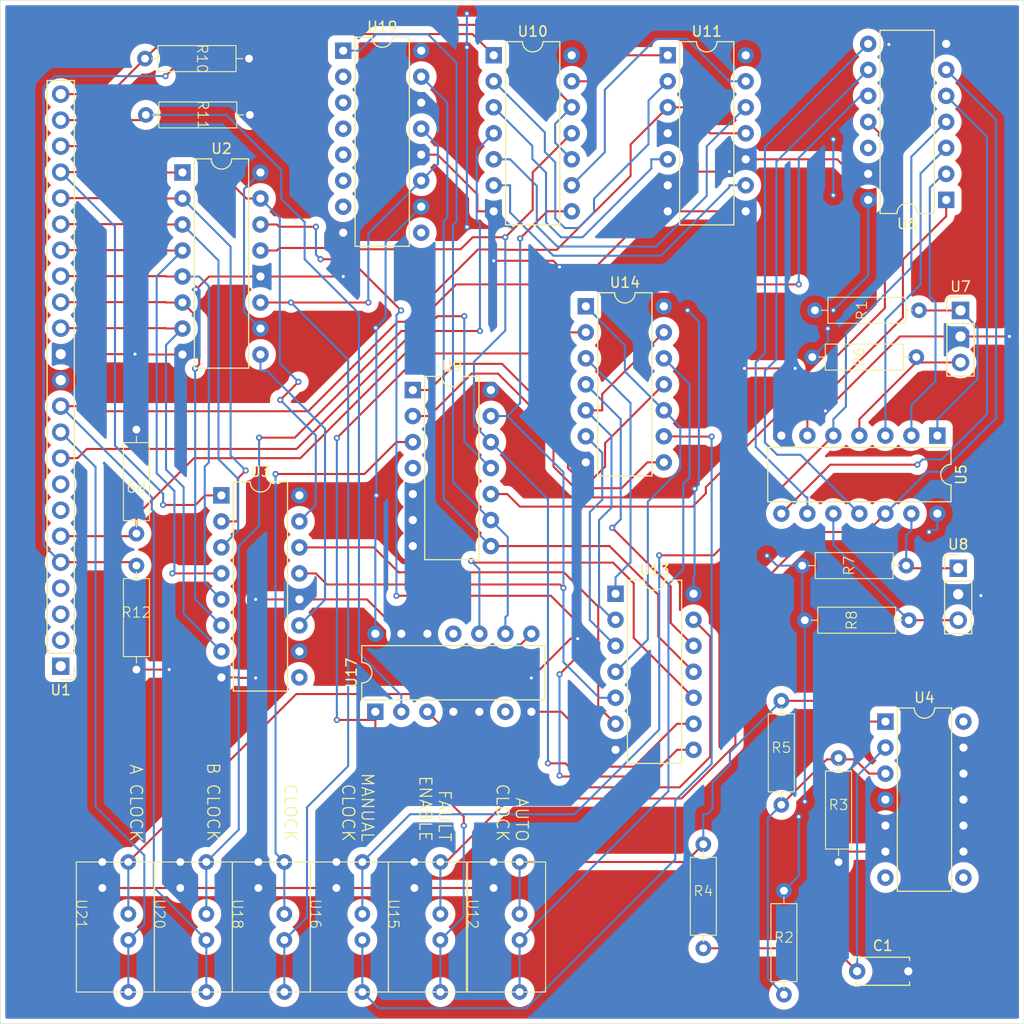
<source format=kicad_pcb>
(kicad_pcb (version 20240108) (generator "pcbnew") (generator_version "8.0")
  (layers (0 "F.Cu" signal) (31 "B.Cu" signal) (34 "B.Paste" user) (35 "F.Paste" user) (36 "B.SilkS" user "B.Silkscreen") (37 "F.SilkS" user "F.Silkscreen") (38 "B.Mask" user) (39 "F.Mask" user) (44 "Edge.Cuts" user))
  (net 0 "")
  (net 1 "Net-(U4-IN-_1)")
  (net 2 "Net-(U1-GND)")
  (net 3 "Net-(U5-1A)")
  (net 4 "Net-(U1-V+)")
  (net 5 "Net-(U4-IN+_1)")
  (net 6 "Net-(U12-IN)")
  (net 7 "Net-(U5-2A)")
  (net 8 "Net-(U5-3A)")
  (net 9 "Net-(U5-4A)")
  (net 10 "Net-(U1-FAULT)")
  (net 11 "Net-(U1-D0)")
  (net 12 "Net-(U1-D6)")
  (net 13 "Net-(U1-CLK_B)")
  (net 14 "Net-(U1-READ_READY)")
  (net 16 "Net-(U1-D1)")
  (net 17 "Net-(U1-WRITE_1)")
  (net 19 "Net-(U1-D3)")
  (net 21 "Net-(U1-WRITE_0)")
  (net 23 "Net-(U1-CLK_A)")
  (net 25 "Net-(U1-D4)")
  (net 26 "Net-(U1-D2)")
  (net 27 "Net-(U1-D5)")
  (net 29 "Net-(U1-ENABLE)")
  (net 30 "Net-(U1-D7)")
  (net 31 "Net-(U13-03)")
  (net 32 "Net-(U18-OUT)")
  (net 33 "Net-(U2-RCO#)")
  (net 34 "Net-(U10-3Q)")
  (net 35 "Net-(U10-4Q)")
  (net 37 "Net-(U13-O2)")
  (net 41 "Net-(U16-IN)")
  (net 42 "Net-(U5-1B)")
  (net 43 "Net-(U5-4B)")
  (net 44 "Net-(U15-IN)")
  (net 45 "Net-(U5-3Q)")
  (net 46 "Net-(U5-1Q)")
  (net 47 "Net-(U5-2Q)")
  (net 48 "Net-(U5-4Q)")
  (net 49 "Net-(U20-IN)")
  (net 50 "Net-(U6-I4)")
  (net 52 "Net-(U18-IN)")
  (net 53 "Net-(U17-4B)")
  (net 54 "Net-(U14-4Q)")
  (net 55 "Net-(U14-3Q)")
  (net 57 "Net-(U13-I4)")
  (net 58 "Net-(U10-4B)")
  (net 59 "Net-(U10-1Q)")
  (net 60 "Net-(U10-3A)")
  (net 61 "Net-(U10-2Q)")
  (net 62 "Net-(U10-1B)")
  (net 63 "Net-(U10-2B)")
  (net 64 "Net-(U12-OUT)")
  (net 65 "Net-(U13-O0)")
  (net 66 "Net-(U13-O5)")
  (net 67 "Net-(U13-O4)")
  (net 68 "Net-(U13-O1)")
  (net 69 "Net-(U13-I1)")
  (net 70 "Net-(U13-I5)")
  (net 71 "Net-(U13-I0)")
  (net 72 "Net-(U14-4B)")
  (net 73 "Net-(U14-1B)")
  (net 74 "Net-(U17-4Q)")
  (footprint "custom_footprint_library:0.4_pitch_resistor" (layer "F.Cu") (at 98.3 61.2 -90)
    (property "Reference" "R11")
    (property "Value" "1k")
  )
  (footprint "Package_DIP:DIP-14_W7.62mm" (layer "F.Cu") (at 119.3 88.075)
    (property "Reference" "U9")
    (property "Value" "~")
  )
  (footprint "Package_DIP:DIP-14_W7.62mm" (layer "F.Cu") (at 136.2 79.9)
    (property "Reference" "U14")
    (property "Value" "~")
  )
  (footprint "Package_DIP:DIP-16_W7.62mm" (layer "F.Cu") (at 112.5 54.925)
    (property "Reference" "U19")
    (property "Value" "~")
  )
  (footprint "custom_footprint_library:0.4_pitch_resistor" (layer "F.Cu") (at 162.412 105.225 90)
    (property "Reference" "R7")
    (property "Value" "R")
  )
  (footprint "custom_footprint_library:jumper" (layer "F.Cu") (at 101.67 139.255 -90)
    (property "Reference" "U18")
    (property "Value" "~")
  )
  (footprint "custom_footprint_library:0.4_pitch_resistor" (layer "F.Cu") (at 160.883 129.101)
    (property "Reference" "R3")
    (property "Value" "R")
  )
  (footprint "Connector_PinHeader_2.54mm:PinHeader_1x23_P2.54mm_Vertical" (layer "F.Cu") (at 84.9049 115.0484 180)
    (property "Reference" "U1")
    (property "Value" "~")
  )
  (footprint "Package_DIP:DIP-14_W7.62mm" (layer "F.Cu") (at 165.465 120.46)
    (property "Reference" "U4")
    (property "Value" "~")
  )
  (footprint "custom_footprint_library:0.4_pitch_resistor" (layer "F.Cu") (at 155.549 142.055)
    (property "Reference" "R2")
    (property "Value" "R")
  )
  (footprint "custom_footprint_library:0.4_pitch_resistor" (layer "F.Cu") (at 162.666 110.559 90)
    (property "Reference" "R8")
    (property "Value" "R")
  )
  (footprint "Package_DIP:DIP-14_W7.62mm" (layer "F.Cu") (at 170.54 92.525 -90)
    (property "Reference" "U5")
    (property "Value" "~")
  )
  (footprint "custom_footprint_library:0.4_pitch_resistor" (layer "F.Cu") (at 147.675 137.525)
    (property "Reference" "R4")
    (property "Value" "R")
  )
  (footprint "custom_footprint_library:jumper" (layer "F.Cu") (at 94.05 139.255 -90)
    (property "Reference" "U20")
    (property "Value" "~")
  )
  (footprint "Package_DIP:DIP-16_W7.62mm" (layer "F.Cu") (at 100.6 98.366)
    (property "Reference" "U3")
    (property "Value" "~")
  )
  (footprint "Package_DIP:DIP-14_W7.62mm" (layer "F.Cu") (at 139.1 107.975)
    (property "Reference" "U13")
    (property "Value" "~")
  )
  (footprint "custom_footprint_library:jumper" (layer "F.Cu") (at 124.65 139.255 -90)
    (property "Reference" "U12")
    (property "Value" "~")
  )
  (footprint "custom_footprint_library:0.4_pitch_resistor" (layer "F.Cu") (at 98.22 55.7 -90)
    (property "Reference" "R10")
    (property "Value" "1k")
  )
  (footprint "custom_footprint_library:0.4_pitch_resistor" (layer "F.Cu") (at 163.402 84.857 90)
    (property "Reference" "R6")
    (property "Value" "R")
  )
  (footprint "custom_footprint_library:jumper" (layer "F.Cu") (at 109.29 139.255 -90)
    (property "Reference" "U16")
    (property "Value" "~")
  )
  (footprint "Connector_PinHeader_2.54mm:PinHeader_1x03_P2.54mm_Vertical" (layer "F.Cu") (at 172.572 105.479)
    (property "Reference" "U8")
    (property "Value" "~")
  )
  (footprint "custom_footprint_library:0.4_pitch_resistor" (layer "F.Cu") (at 92.3 110.3)
    (property "Reference" "R12")
    (property "Value" "1k")
  )
  (footprint "Connector_PinHeader_2.54mm:PinHeader_1x03_P2.54mm_Vertical" (layer "F.Cu") (at 172.8 80.3)
    (property "Reference" "U7")
    (property "Value" "~")
  )
  (footprint "custom_footprint_library:jumper" (layer "F.Cu") (at 86.43 139.255 -90)
    (property "Reference" "U21")
    (property "Value" "~")
  )
  (footprint "Package_DIP:DIP-14_W7.62mm" (layer "F.Cu") (at 127.2 55.375)
    (property "Reference" "U10")
    (property "Value" "~")
  )
  (footprint "custom_footprint_library:0.4_pitch_resistor" (layer "F.Cu") (at 163.656 80.285 90)
    (property "Reference" "R1")
    (property "Value" "R")
  )
  (footprint "custom_footprint_library:0.4_pitch_resistor" (layer "F.Cu") (at 155.295 123.513)
    (property "Reference" "R5")
    (property "Value" "R")
  )
  (footprint "Package_DIP:DIP-14_W7.62mm" (layer "F.Cu") (at 115.64 119.5 90)
    (property "Reference" "U17")
    (property "Value" "~")
  )
  (footprint "custom_footprint_library:0.4_pitch_resistor" (layer "F.Cu") (at 92.3 97.02 180)
    (property "Reference" "R9")
    (property "Value" "1k")
  )
  (footprint "Package_DIP:DIP-14_W7.62mm" (layer "F.Cu") (at 171.4 69.5 180)
    (property "Reference" "U6")
    (property "Value" "~")
  )
  (footprint "Package_DIP:DIP-16_W7.62mm" (layer "F.Cu") (at 96.8 66.825)
    (property "Reference" "U2")
    (property "Value" "~")
  )
  (footprint "Capacitor_THT:C_Disc_D5.0mm_W2.5mm_P5.00mm" (layer "F.Cu") (at 162.701 144.849)
    (property "Reference" "C1")
    (property "Value" "C")
  )
  (footprint "Package_DIP:DIP-14_W7.62mm" (layer "F.Cu") (at 144.2 55.375)
    (property "Reference" "U11")
    (property "Value" "~")
  )
  (footprint "custom_footprint_library:jumper" (layer "F.Cu") (at 116.91 139.255 -90)
    (property "Reference" "U15")
    (property "Value" "~")
  )
  (gr_rect (start 79 50) (end 179 149.9766) (stroke (width 0.05)) (fill none) (layer "Edge.Cuts"))
  (gr_text_box "AUTO\nCLOCK\n\n\nFAULT\nENABLE\n\n\nMANUAL\nCLOCK\n\n\nCLOCK\n\n\n\nB CLOCK\n\n\n\nA CLOCK" (start 131.508 123.253) (end 86.43 133.159) (angle 270) (layer "F.SilkS") (effects (font (size 1.17 1.17) (thickness 0.117)) (justify right top)) (border no) (stroke (width 0.1)))
  (segment (start 160.457 142.605) (end 147.675 142.605) (width 0.2) (layer "F.Cu") (net 1))
  (segment (start 162.701 144.849) (end 160.457 142.605) (width 0.2) (layer "F.Cu") (net 1))
  (segment (start 162.701 125.764) (end 165.465 123) (width 0.2) (layer "B.Cu") (net 1))
  (segment (start 162.701 144.849) (end 162.701 125.764) (width 0.2) (layer "B.Cu") (net 1))
  (segment (start 139.1 123.215) (end 137.4983 123.215) (width 0.2) (layer "F.Cu") (net 2))
  (segment (start 161.904 133.16) (end 165.465 133.16) (width 0.2) (layer "F.Cu") (net 2))
  (segment (start 92.162 84.5684) (end 86.5566 84.5684) (width 0.2) (layer "F.Cu") (net 2))
  (segment (start 98.2324 115.3801) (end 95.4959 115.3801) (width 0.2) (layer "F.Cu") (net 2))
  (segment (start 171.4 54.26) (end 169.7983 54.26) (width 0.2) (layer "F.Cu") (net 2))
  (segment (start 174.3572 108.1525) (end 174.7882 108.1525) (width 0.2) (layer "F.Cu") (net 2))
  (segment (start 130.88 116.1934) (end 134.7138 112.3596) (width 0.2) (layer "F.Cu") (net 2))
  (segment (start 100.6 116.146) (end 98.9983 116.146) (width 0.2) (layer "F.Cu") (net 2))
  (segment (start 156.6469 85.9593) (end 151.691 85.9593) (width 0.2) (layer "F.Cu") (net 2))
  (segment (start 137.1554 76.0579) (end 133.6235 76.0579) (width 0.2) (layer "F.Cu") (net 2))
  (segment (start 114.826 108.526) (end 108.22 108.526) (width 0.2) (layer "F.Cu") (net 2))
  (segment (start 163.78 66.96) (end 162.1783 66.96) (width 0.2) (layer "F.Cu") (net 2))
  (segment (start 92.162 84.5684) (end 92.1986 84.605) (width 0.2) (layer "F.Cu") (net 2))
  (segment (start 142.5983 70.615) (end 137.1554 76.0579) (width 0.2) (layer "F.Cu") (net 2))
  (segment (start 144.2 62.995) (end 147.1339 65.9289) (width 0.2) (layer "F.Cu") (net 2))
  (segment (start 169.7408 54.3175) (end 165.8019 54.3175) (width 0.2) (layer "F.Cu") (net 2))
  (segment (start 151.82 65.535) (end 160.7533 65.535) (width 0.2) (layer "F.Cu") (net 2))
  (segment (start 127.2 70.615) (end 125.5983 70.615) (width 0.2) (layer "F.Cu") (net 2))
  (segment (start 144.2 70.615) (end 142.5983 70.615) (width 0.2) (layer "F.Cu") (net 2))
  (segment (start 99.402 76.985) (end 104.42 76.985) (width 0.2) (layer "F.Cu") (net 2))
  (segment (start 174.2237 108.019) (end 174.3572 108.1525) (width 0.2) (layer "F.Cu") (net 2))
  (segment (start 103.9504 116.1934) (end 102.2491 116.1934) (width 0.2) (layer "F.Cu") (net 2))
  (segment (start 95.4959 115.3801) (end 95.4959 115.38) (width 0.2) (layer "F.Cu") (net 2))
  (segment (start 120.72 111.88) (end 118.18 111.88) (width 0.2) (layer "F.Cu") (net 2))
  (segment (start 133.6235 76.0579) (end 133.0126 75.447) (width 0.2) (layer "F.Cu") (net 2))
  (segment (start 133.0126 75.447) (end 127.2 75.447) (width 0.2) (layer "F.Cu") (net 2))
  (segment (start 111.83 136.715) (end 104.21 136.715) (width 0.2) (layer "F.Cu") (net 2))
  (segment (start 134.7138 112.3596) (end 135.4061 112.3596) (width 0.2) (layer "F.Cu") (net 2))
  (segment (start 102.2491 116.1934) (end 102.2017 116.146) (width 0.2) (layer "F.Cu") (net 2))
  (segment (start 169.7983 54.26) (end 169.7408 54.3175) (width 0.2) (layer "F.Cu") (net 2))
  (segment (start 129.1066 116.1934) (end 130.88 116.1934) (width 0.2) (layer "F.Cu") (net 2))
  (segment (start 118.18 111.88) (end 114.826 108.526) (width 0.2) (layer "F.Cu") (net 2))
  (segment (start 144.2 70.615) (end 151.82 70.615) (width 0.2) (layer "F.Cu") (net 2))
  (segment (start 92.1986 84.605) (end 96.8 84.605) (width 0.2) (layer "F.Cu") (net 2))
  (segment (start 172.8 82.84) (end 177.5722 82.84) (width 0.2) (layer "F.Cu") (net 2))
  (segment (start 111.83 136.715) (end 119.45 136.715) (width 0.2) (layer "F.Cu") (net 2))
  (segment (start 160.883 134.181) (end 161.904 133.16) (width 0.2) (layer "F.Cu") (net 2))
  (segment (start 144.2 68.075) (end 145.8017 68.075) (width 0.2) (layer "F.Cu") (net 2))
  (segment (start 172.572 108.019) (end 174.2237 108.019) (width 0.2) (layer "F.Cu") (net 2))
  (segment (start 130.88 119.5) (end 133.7833 119.5) (width 0.2) (layer "F.Cu") (net 2))
  (segment (start 145.8017 68.075) (end 147.1339 66.7428) (width 0.2) (layer "F.Cu") (net 2))
  (segment (start 125.8 119.5) (end 129.1066 116.1934) (width 0.2) (layer "F.Cu") (net 2))
  (segment (start 98.9983 116.146) (end 98.2324 115.3801) (width 0.2) (layer "F.Cu") (net 2))
  (segment (start 119.45 136.715) (end 127.19 136.715) (width 0.2) (layer "F.Cu") (net 2))
  (segment (start 108.22 108.526) (end 103.9504 108.526) (width 0.2) (layer "F.Cu") (net 2))
  (segment (start 104.21 136.715) (end 96.59 136.715) (width 0.2) (layer "F.Cu") (net 2))
  (segment (start 104.42 76.985) (end 112.5 76.985) (width 0.2) (layer "F.Cu") (net 2))
  (segment (start 125.5983 70.615) (end 125.5983 68.9616) (width 0.2) (layer "F.Cu") (net 2))
  (segment (start 120.12 65.085) (end 121.7217 65.085) (width 0.2) (layer "F.Cu") (net 2))
  (segment (start 100.6 116.146) (end 102.2017 116.146) (width 0.2) (layer "F.Cu") (net 2))
  (segment (start 166.8748 82.84) (end 172.8 82.84) (width 0.2) (layer "F.Cu") (net 2))
  (segment (start 96.59 136.715) (end 88.97 136.715) (width 0.2) (layer "F.Cu") (net 2))
  (segment (start 92.3 115.38) (end 95.4959 115.38) (width 0.2) (layer "F.Cu") (net 2))
  (segment (start 165.465 133.16) (end 173.085 133.16) (width 0.2) (layer "F.Cu") (net 2))
  (segment (start 133.7833 119.5) (end 137.4983 123.215) (width 0.2) (layer "F.Cu") (net 2))
  (segment (start 160.7533 65.535) (end 162.1783 66.96) (width 0.2) (layer "F.Cu") (net 2))
  (segment (start 98.132 78.255) (end 99.402 76.985) (width 0.2) (layer "F.Cu") (net 2))
  (segment (start 125.5983 68.9616) (end 121.7217 65.085) (width 0.2) (layer "F.Cu") (net 2))
  (segment (start 147.1339 65.9289) (end 147.1339 66.7428) (width 0.2) (layer "F.Cu") (net 2))
  (segment (start 147.1339 66.7428) (end 150.2183 66.7428) (width 0.2) (layer "F.Cu") (net 2))
  (segment (start 84.9049 84.5684) (end 86.5566 84.5684) (width 0.2) (layer "F.Cu") (net 2))
  (segment (start 159.6019 90.1129) (end 166.8748 82.84) (width 0.2) (layer "F.Cu") (net 2))
  (via (at 95.4959 115.38) (size 0.6) (drill 0.3) (layers "F.Cu" "B.Cu") (net 2))
  (via (at 177.5722 82.84) (size 0.6) (drill 0.3) (layers "F.Cu" "B.Cu") (net 2))
  (via (at 151.691 85.9593) (size 0.6) (drill 0.3) (layers "F.Cu" "B.Cu") (net 2))
  (via (at 133.6235 76.0579) (size 0.6) (drill 0.3) (layers "F.Cu" "B.Cu") (net 2))
  (via (at 103.9504 108.526) (size 0.6) (drill 0.3) (layers "F.Cu" "B.Cu") (net 2))
  (via (at 150.2183 66.7428) (size 0.6) (drill 0.3) (layers "F.Cu" "B.Cu") (net 2))
  (via (at 112.5 76.985) (size 0.6) (drill 0.3) (layers "F.Cu" "B.Cu") (net 2))
  (via (at 165.8019 54.3175) (size 0.6) (drill 0.3) (layers "F.Cu" "B.Cu") (net 2))
  (via (at 127.2 75.447) (size 0.6) (drill 0.3) (layers "F.Cu" "B.Cu") (net 2))
  (via (at 130.88 116.1934) (size 0.6) (drill 0.3) (layers "F.Cu" "B.Cu") (net 2))
  (via (at 92.162 84.5684) (size 0.6) (drill 0.3) (layers "F.Cu" "B.Cu") (net 2))
  (via (at 156.6469 85.9593) (size 0.6) (drill 0.3) (layers "F.Cu" "B.Cu") (net 2))
  (via (at 159.6019 90.1129) (size 0.6) (drill 0.3) (layers "F.Cu" "B.Cu") (net 2))
  (via (at 174.7882 108.1525) (size 0.6) (drill 0.3) (layers "F.Cu" "B.Cu") (net 2))
  (via (at 135.4061 112.3596) (size 0.6) (drill 0.3) (layers "F.Cu" "B.Cu") (net 2))
  (via (at 103.9504 116.1934) (size 0.6) (drill 0.3) (layers "F.Cu" "B.Cu") (net 2))
  (via (at 98.132 78.255) (size 0.6) (drill 0.3) (layers "F.Cu" "B.Cu") (net 2))
  (segment (start 127.19 134.175) (end 127.19 136.715) (width 0.2) (layer "B.Cu") (net 2))
  (segment (start 167.701 135.396) (end 167.701 144.849) (width 0.2) (layer "B.Cu") (net 2))
  (segment (start 118.5183 65.085) (end 118.5183 66.6867) (width 0.2) (layer "B.Cu") (net 2))
  (segment (start 165.465 130.62) (end 165.465 133.16) (width 0.2) (layer "B.Cu") (net 2))
  (segment (start 112.5 72.705) (end 112.5 76.985) (width 0.2) (layer "B.Cu") (net 2))
  (segment (start 173.085 130.62) (end 173.085 128.08) (width 0.2) (layer "B.Cu") (net 2))
  (segment (start 107.4063 65.2263) (end 103.38 61.2) (width 0.2) (layer "B.Cu") (net 2))
  (segment (start 123.26 119.5) (end 125.8 119.5) (width 0.2) (layer "B.Cu") (net 2))
  (segment (start 151.82 85.8303) (end 151.691 85.9593) (width 0.2) (layer "B.Cu") (net 2))
  (segment (start 157.7121 90.1129) (end 157.7121 87.0245) (width 0.2) (layer "B.Cu") (net 2))
  (segment (start 135.4061 97.5356) (end 136.2 96.7417) (width 0.2) (layer "B.Cu") (net 2))
  (segment (start 156.9017 90.9233) (end 157.7121 90.1129) (width 0.2) (layer "B.Cu") (net 2))
  (segment (start 173.085 128.08) (end 173.085 125.54) (width 0.2) (layer "B.Cu") (net 2))
  (segment (start 127.2 70.615) (end 127.2 75.447) (width 0.2) (layer "B.Cu") (net 2))
  (segment (start 157.7121 87.0245) (end 156.6469 85.9593) (width 0.2) (layer "B.Cu") (net 2))
  (segment (start 173.085 123) (end 174.7882 121.2968) (width 0.2) (layer "B.Cu") (net 2))
  (segment (start 112.0432 72.705) (end 112.5 72.705) (width 0.2) (layer "B.Cu") (net 2))
  (segment (start 173.085 133.16) (end 173.085 130.62) (width 0.2) (layer "B.Cu") (net 2))
  (segment (start 151.82 70.615) (end 151.82 85.8303) (width 0.2) (layer "B.Cu") (net 2))
  (segment (start 120.12 60.005) (end 118.5183 60.005) (width 0.2) (layer "B.Cu") (net 2))
  (segment (start 98.132 78.255) (end 98.4442 78.5672) (width 0.2) (layer "B.Cu") (net 2))
  (segment (start 107.4063 67.7755) (end 107.4063 65.2263) (width 0.2) (layer "B.Cu") (net 2))
  (segment (start 96.59 116.4741) (end 95.4959 115.38) (width 0.2) (layer "B.Cu") (net 2))
  (segment (start 120.72 111.88) (end 120.72 106.3367) (width 0.2) (layer "B.Cu") (net 2))
  (segment (start 130.88 119.5) (end 130.88 116.1934) (width 0.2) (layer "B.Cu") (net 2))
  (segment (start 136.2 95.14) (end 133.6235 92.5635) (width 0.2) (layer "B.Cu") (net 2))
  (segment (start 157.7121 90.1129) (end 159.6019 90.1129) (width 0.2) (layer "B.Cu") (net 2))
  (segment (start 155.3 92.525) (end 155.3 90.9233) (width 0.2) (layer "B.Cu") (net 2))
  (segment (start 111.1242 72.705) (end 111.1242 71.4934) (width 0.2) (layer "B.Cu") (net 2))
  (segment (start 155.3 90.9233) (end 156.9017 90.9233) (width 0.2) (layer "B.Cu") (net 2))
  (segment (start 120.72 113.4817) (end 123.26 116.0217) (width 0.2) (layer "B.Cu") (net 2))
  (segment (start 118.5183 65.085) (end 118.5183 60.005) (width 0.2) (layer "B.Cu") (net 2))
  (segment (start 135.4061 112.3596) (end 135.4061 97.5356) (width 0.2) (layer "B.Cu") (net 2))
  (segment (start 104.21 134.175) (end 104.21 136.715) (width 0.2) (layer "B.Cu") (net 2))
  (segment (start 111.83 134.175) (end 111.83 136.715) (width 0.2) (layer "B.Cu") (net 2))
  (segment (start 150.2183 65.535) (end 150.2183 66.7428) (width 0.2) (layer "B.Cu") (net 2))
  (segment (start 92.3 91.94) (end 92.3 84.7064) (width 0.2) (layer "B.Cu") (net 2))
  (segment (start 88.97 134.175) (end 88.97 136.715) (width 0.2) (layer "B.Cu") (net 2))
  (segment (start 103.9504 116.1934) (end 103.9504 108.526) (width 0.2) (layer "B.Cu") (net 2))
  (segment (start 123.26 116.0217) (end 123.26 119.5) (width 0.2) (layer "B.Cu") (net 2))
  (segment (start 120.72 112.3368) (end 120.72 111.88) (width 0.2) (layer "B.Cu") (net 2))
  (segment (start 133.6235 92.5635) (end 133.6235 76.0579) (width 0.2) (layer "B.Cu") (net 2))
  (segment (start 163.78 66.96) (end 165.8019 64.9381) (width 0.2) (layer "B.Cu") (net 2))
  (segment (start 174.7882 108.1525) (end 177.5722 105.3685) (width 0.2) (layer "B.Cu") (net 2))
  (segment (start 98.4442 78.5672) (end 98.4442 82.9608) (width 0.2) (layer "B.Cu") (net 2))
  (segment (start 177.5722 105.3685) (end 177.5722 82.84) (width 0.2) (layer "B.Cu") (net 2))
  (segment (start 96.59 134.175) (end 96.59 116.4741) (width 0.2) (layer "B.Cu") (net 2))
  (segment (start 103.38 61.2) (end 103.3 61.12) (width 0.2) (layer "B.Cu") (net 2))
  (segment (start 120.72 112.3368) (end 120.72 113.4817) (width 0.2) (layer "B.Cu") (net 2))
  (segment (start 165.8019 64.9381) (end 165.8019 54.3175) (width 0.2) (layer "B.Cu") (net 2))
  (segment (start 103.3 61.12) (end 103.3 55.7) (width 0.2) (layer "B.Cu") (net 2))
  (segment (start 120.12 65.085) (end 118.5183 65.085) (width 0.2) (layer "B.Cu") (net 2))
  (segment (start 119.45 134.175) (end 119.45 136.715) (width 0.2) (layer "B.Cu") (net 2))
  (segment (start 118.5183 66.6867) (end 112.5 72.705) (width 0.2) (layer "B.Cu") (net 2))
  (segment (start 111.1242 71.4934) (end 107.4063 67.7755) (width 0.2) (layer "B.Cu") (net 2))
  (segment (start 173.085 125.54) (end 173.085 123) (width 0.2) (layer "B.Cu") (net 2))
  (segment (start 112.0432 72.705) (end 111.1242 72.705) (width 0.2) (layer "B.Cu") (net 2))
  (segment (start 96.59 136.715) (end 96.59 134.175) (width 0.2) (layer "B.Cu") (net 2))
  (segment (start 174.7882 121.2968) (end 174.7882 108.1525) (width 0.2) (layer "B.Cu") (net 2))
  (segment (start 144.2 68.075) (end 144.2 70.615) (width 0.2) (layer "B.Cu") (net 2))
  (segment (start 136.2 95.14) (end 136.2 96.7417) (width 0.2) (layer "B.Cu") (net 2))
  (segment (start 98.4442 82.9608) (end 96.8 84.605) (width 0.2) (layer "B.Cu") (net 2))
  (segment (start 119.3 103.315) (end 119.3 104.9167) (width 0.2) (layer "B.Cu") (net 2))
  (segment (start 165.465 133.16) (end 167.701 135.396) (width 0.2) (layer "B.Cu") (net 2))
  (segment (start 92.3 84.7064) (end 92.162 84.5684) (width 0.2) (layer "B.Cu") (net 2))
  (segment (start 120.72 106.3367) (end 119.3 104.9167) (width 0.2) (layer "B.Cu") (net 2))
  (segment (start 119.3 98.235) (end 119.3 100.775) (width 0.2) (layer "B.Cu") (net 2))
  (segment (start 119.3 100.775) (end 119.3 103.315) (width 0.2) (layer "B.Cu") (net 2))
  (segment (start 151.82 65.535) (end 150.2183 65.535) (width 0.2) (layer "B.Cu") (net 2))
  (segment (start 168.751 80.3) (end 168.736 80.285) (width 0.2) (layer "F.Cu") (net 3))
  (segment (start 172.8 80.3) (end 168.751 80.3) (width 0.2) (layer "F.Cu") (net 3))
  (segment (start 170.54 90.9233) (end 174.4623 87.001) (width 0.2) (layer "B.Cu") (net 3))
  (segment (start 174.4623 87.001) (end 174.4623 81.9623) (width 0.2) (layer "B.Cu") (net 3))
  (segment (start 174.4623 81.9623) (end 172.8 80.3) (width 0.2) (layer "B.Cu") (net 3))
  (segment (start 170.54 92.525) (end 170.54 90.9233) (width 0.2) (layer "B.Cu") (net 3))
  (segment (start 126.92 88.075) (end 131.1432 92.2982) (width 0.2) (layer "F.Cu") (net 4))
  (segment (start 123.7032 72.1465) (end 124.591 72.1465) (width 0.2) (layer "F.Cu") (net 4))
  (segment (start 104.42 82.065) (end 102.8183 82.065) (width 0.2) (layer "F.Cu") (net 4))
  (segment (start 158.576 80.285) (end 158.576 80.8044) (width 0.2) (layer "F.Cu") (net 4))
  (segment (start 145.8067 80.285) (end 145.4217 79.9) (width 0.2) (layer "F.Cu") (net 4))
  (segment (start 153.4217 55.375) (end 153.4217 56.6343) (width 0.2) (layer "F.Cu") (net 4))
  (segment (start 131.202 51.3002) (end 124.5801 51.3002) (width 0.2) (layer "F.Cu") (net 4))
  (segment (start 131.1432 94.9617) (end 134.7437 98.5622) (width 0.2) (layer "F.Cu") (net 4))
  (segment (start 120.12 70.165) (end 121.7217 70.165) (width 0.2) (layer "F.Cu") (net 4))
  (segment (start 104.42 82.065) (end 115.5982 82.065) (width 0.2) (layer "F.Cu") (net 4))
  (segment (start 146.1393 80.285) (end 158.576 80.285) (width 0.2) (layer "F.Cu") (net 4))
  (segment (start 165.465 128.08) (end 164.0845 128.08) (width 0.2) (layer "F.Cu") (net 4))
  (segment (start 151.3632 55.375) (end 150.2183 55.375) (width 0.2) (layer "F.Cu") (net 4))
  (segment (start 164.0845 128.08) (end 157.7819 128.08) (width 0.2) (layer "F.Cu") (net 4))
  (segment (start 115.5982 82.065) (end 115.6685 81.9947) (width 0.2) (layer "F.Cu") (net 4))
  (segment (start 122.0488 54.5979) (end 124.5801 54.5979) (width 0.2) (layer "F.Cu") (net 4))
  (segment (start 102.8183 82.7799) (end 102.8183 82.065) (width 0.2) (layer "F.Cu") (net 4))
  (segment (start 121.7217 70.165) (end 123.7032 72.1465) (width 0.2) (layer "F.Cu") (net 4))
  (segment (start 161.7293 69.051) (end 160.373 69.051) (width 0.2) (layer "F.Cu") (net 4))
  (segment (start 134.82 55.375) (end 135.2768 55.375) (width 0.2) (layer "F.Cu") (net 4))
  (segment (start 151.82 55.375) (end 153.4217 55.375) (width 0.2) (layer "F.Cu") (net 4))
  (segment (start 151.3632 55.375) (end 151.82 55.375) (width 0.2) (layer "F.Cu") (net 4))
  (segment (start 157.7819 128.08) (end 157.586 128.2759) (width 0.2) (layer "F.Cu") (net 4))
  (segment (start 121.7217 54.925) (end 122.0488 54.5979) (width 0.2) (layer "F.Cu") (net 4))
  (segment (start 158.576 80.8044) (end 159.8422 82.0706) (width 0.2) (layer "F.Cu") (net 4))
  (segment (start 135.2768 55.375) (end 136.4217 55.375) (width 0.2) (layer "F.Cu") (net 4))
  (segment (start 143.82 79.9) (end 145.4217 79.9) (width 0.2) (layer "F.Cu") (net 4))
  (segment (start 146.72 107.975) (end 148.3217 107.975) (width 0.2) (layer "F.Cu") (net 4))
  (segment (start 108.22 98.366) (end 115.7388 98.366) (width 0.2) (layer "F.Cu") (net 4))
  (segment (start 136.4217 55.375) (end 138.0234 53.7733) (width 0.2) (layer "F.Cu") (net 4))
  (segment (start 166.1193 101.9399) (end 169.7268 101.9399) (width 0.2) (layer "F.Cu") (net 4))
  (segment (start 152.0437 104.253) (end 148.3217 107.975) (width 0.2) (layer "F.Cu") (net 4))
  (segment (start 157.586 129.162) (end 156.9982 129.7498) (width 0.2) (layer "F.Cu") (net 4))
  (segment (start 158.576 80.285) (end 160.3784 80.285) (width 0.2) (layer "F.Cu") (net 4))
  (segment (start 163.78 69.5) (end 162.1783 69.5) (width 0.2) (layer "F.Cu") (net 4))
  (segment (start 162.1783 69.5) (end 161.7293 69.051) (width 0.2) (layer "F.Cu") (net 4))
  (segment (start 112.3123 113.606) (end 108.22 113.606) (width 0.2) (layer "F.Cu") (net 4))
  (segment (start 162.8342 105.225) (end 166.1193 101.9399) (width 0.2) (layer "F.Cu") (net 4))
  (segment (start 146.1393 80.285) (end 145.8067 80.285) (width 0.2) (layer "F.Cu") (net 4))
  (segment (start 131.1432 92.2982) (end 131.1432 94.9617) (width 0.2) (layer "F.Cu") (net 4))
  (segment (start 84.9049 87.1084) (end 98.4898 87.1084) (width 0.2) (layer "F.Cu") (net 4))
  (segment (start 115.64 111.88) (end 114.0383 111.88) (width 0.2) (layer "F.Cu") (net 4))
  (segment (start 153.8963 104.253) (end 152.0437 104.253) (width 0.2) (layer "F.Cu") (net 4))
  (segment (start 138.0234 53.7733) (end 148.6166 53.7733) (width 0.2) (layer "F.Cu") (net 4))
  (segment (start 157.332 105.225) (end 162.8342 105.225) (width 0.2) (layer "F.Cu") (net 4))
  (segment (start 135.2768 55.375) (end 131.202 51.3002) (width 0.2) (layer "F.Cu") (net 4))
  (segment (start 153.4217 56.6343) (end 160.373 63.5856) (width 0.2) (layer "F.Cu") (net 4))
  (segment (start 145.9693 98.5622) (end 146.8209 97.7106) (width 0.2) (layer "F.Cu") (net 4))
  (segment (start 157.586 128.2759) (end 157.586 129.162) (width 0.2) (layer "F.Cu") (net 4))
  (segment (start 120.12 54.925) (end 121.7217 54.925) (width 0.2) (layer "F.Cu") (net 4))
  (segment (start 134.7437 98.5622) (end 145.9693 98.5622) (width 0.2) (layer "F.Cu") (net 4))
  (segment (start 148.6166 53.7733) (end 150.2183 55.375) (width 0.2) (layer "F.Cu") (net 4))
  (segment (start 114.0383 111.88) (end 112.3123 113.606) (width 0.2) (layer "F.Cu") (net 4))
  (segment (start 98.4898 87.1084) (end 102.8183 82.7799) (width 0.2) (layer "F.Cu") (net 4))
  (via (at 146.1393 80.285) (size 0.6) (drill 0.3) (layers "F.Cu" "B.Cu") (net 4))
  (via (at 169.7268 101.9399) (size 0.6) (drill 0.3) (layers "F.Cu" "B.Cu") (net 4))
  (via (at 153.8963 104.253) (size 0.6) (drill 0.3) (layers "F.Cu" "B.Cu") (net 4))
  (via (at 124.5801 54.5979) (size 0.6) (drill 0.3) (layers "F.Cu" "B.Cu") (net 4))
  (via (at 146.8209 97.7106) (size 0.6) (drill 0.3) (layers "F.Cu" "B.Cu") (net 4))
  (via (at 160.3784 80.285) (size 0.6) (drill 0.3) (layers "F.Cu" "B.Cu") (net 4))
  (via (at 157.586 128.2759) (size 0.6) (drill 0.3) (layers "F.Cu" "B.Cu") (net 4))
  (via (at 160.373 63.5856) (size 0.6) (drill 0.3) (layers "F.Cu" "B.Cu") (net 4))
  (via (at 160.373 69.051) (size 0.6) (drill 0.3) (layers "F.Cu" "B.Cu") (net 4))
  (via (at 159.8422 82.0706) (size 0.6) (drill 0.3) (layers "F.Cu" "B.Cu") (net 4))
  (via (at 124.5801 51.3002) (size 0.6) (drill 0.3) (layers "F.Cu" "B.Cu") (net 4))
  (via (at 124.591 72.1465) (size 0.6) (drill 0.3) (layers "F.Cu" "B.Cu") (net 4))
  (via (at 156.9982 129.7498) (size 0.6) (drill 0.3) (layers "F.Cu" "B.Cu") (net 4))
  (via (at 115.7388 98.366) (size 0.6) (drill 0.3) (layers "F.Cu" "B.Cu") (net 4))
  (via (at 115.6685 81.9947) (size 0.6) (drill 0.3) (layers "F.Cu" "B.Cu") (net 4))
  (segment (start 163.78 69.5) (end 163.78 76.8834) (width 0.2) (layer "B.Cu") (net 4))
  (segment (start 102.8122 68.4328) (end 102.8122 80.4572) (width 0.2) (layer "B.Cu") (net 4))
  (segment (start 157.332 105.225) (end 157.332 110.305) (width 0.2) (layer "B.Cu") (net 4))
  (segment (start 116.6405 81.0227) (end 116.6405 73.6445) (width 0.2) (layer "B.Cu") (net 4))
  (segment (start 146.1393 80.285) (end 147.2448 81.3905) (width 0.2) (layer "B.Cu") (net 4))
  (segment (start 146.8209 106.2724) (end 146.72 106.3733) (width 0.2) (layer "B.Cu") (net 4))
  (segment (start 115.7388 98.366) (end 115.7388 82.065) (width 0.2) (layer "B.Cu") (net 4))
  (segment (start 115.64 98.4648) (end 115.64 111.88) (width 0.2) (layer "B.Cu") (net 4))
  (segment (start 115.7388 98.366) (end 115.64 98.4648) (width 0.2) (layer "B.Cu") (net 4))
  (segment (start 124.5801 72.1356) (end 124.591 72.1465) (width 0.2) (layer "B.Cu") (net 4))
  (segment (start 115.6685 81.9947) (end 116.6405 81.0227) (width 0.2) (layer "B.Cu") (net 4))
  (segment (start 157.332 110.305) (end 157.586 110.559) (width 0.2) (layer "B.Cu") (net 4))
  (segment (start 146.72 107.975) (end 146.72 106.3733) (width 0.2) (layer "B.Cu") (net 4))
  (segment (start 157.332 105.225) (end 154.8683 105.225) (width 0.2) (layer "B.Cu") (net 4))
  (segment (start 124.5801 54.5979) (end 124.5801 51.3002) (width 0.2) (layer "B.Cu") (net 4))
  (segment (start 158.322 84.857) (end 159.8422 83.3368) (width 0.2) (layer "B.Cu") (net 4))
  (segment (start 163.78 76.8834) (end 160.3784 80.285) (width 0.2) (layer "B.Cu") (net 4))
  (segment (start 169.92 101.7467) (end 169.7268 101.9399) (width 0.2) (layer "B.Cu") (net 4))
  (segment (start 147.2448 97.2867) (end 146.8209 97.7106) (width 0.2) (layer "B.Cu") (net 4))
  (segment (start 124.5801 54.5979) (end 124.5801 72.1356) (width 0.2) (layer "B.Cu") (net 4))
  (segment (start 170.54 101.7467) (end 169.92 101.7467) (width 0.2) (layer "B.Cu") (net 4))
  (segment (start 160.373 63.5856) (end 160.373 69.051) (width 0.2) (layer "B.Cu") (net 4))
  (segment (start 147.2448 81.3905) (end 147.2448 97.2867) (width 0.2) (layer "B.Cu") (net 4))
  (segment (start 116.6405 73.6445) (end 120.12 70.165) (width 0.2) (layer "B.Cu") (net 4))
  (segment (start 115.7388 82.065) (end 115.6685 81.9947) (width 0.2) (layer "B.Cu") (net 4))
  (segment (start 170.54 100.145) (end 170.54 101.7467) (width 0.2) (layer "B.Cu") (net 4))
  (segment (start 154.8683 105.225) (end 153.8963 104.253) (width 0.2) (layer "B.Cu") (net 4))
  (segment (start 104.42 66.825) (end 102.8122 68.4328) (width 0.2) (layer "B.Cu") (net 4))
  (segment (start 156.9982 135.5258) (end 156.9982 129.7498) (width 0.2) (layer "B.Cu") (net 4))
  (segment (start 159.8422 83.3368) (end 159.8422 82.0706) (width 0.2) (layer "B.Cu") (net 4))
  (segment (start 155.549 136.975) (end 156.9982 135.5258) (width 0.2) (layer "B.Cu") (net 4))
  (segment (start 102.8122 80.4572) (end 104.42 82.065) (width 0.2) (layer "B.Cu") (net 4))
  (segment (start 157.586 110.559) (end 157.586 128.2759) (width 0.2) (layer "B.Cu") (net 4))
  (segment (start 146.8209 97.7106) (end 146.8209 106.2724) (width 0.2) (layer "B.Cu") (net 4))
  (segment (start 160.883 124.15) (end 160.883 124.021) (width 0.2) (layer "F.Cu") (net 5))
  (segment (start 160.883 124.15) (end 162.4733 124.15) (width 0.2) (layer "F.Cu") (net 5))
  (segment (start 165.465 125.54) (end 163.8633 125.54) (width 0.2) (layer "F.Cu") (net 5))
  (segment (start 162.4733 124.15) (end 163.8633 125.54) (width 0.2) (layer "F.Cu") (net 5))
  (segment (start 159.738 124.15) (end 160.883 124.15) (width 0.2) (layer "F.Cu") (net 5))
  (segment (start 155.295 128.593) (end 159.738 124.15) (width 0.2) (layer "F.Cu") (net 5))
  (segment (start 153.9774 129.9106) (end 155.295 128.593) (width 0.2) (layer "B.Cu") (net 5))
  (segment (start 153.9774 145.5634) (end 153.9774 129.9106) (width 0.2) (layer "B.Cu") (net 5))
  (segment (start 155.549 147.135) (end 153.9774 145.5634) (width 0.2) (layer "B.Cu") (net 5))
  (segment (start 161.8363 118.433) (end 163.8633 120.46) (width 0.2) (layer "F.Cu") (net 6))
  (segment (start 145.945 134.175) (end 147.675 132.445) (width 0.2) (layer "F.Cu") (net 6))
  (segment (start 165.465 120.46) (end 163.8633 120.46) (width 0.2) (layer "F.Cu") (net 6))
  (segment (start 129.73 134.175) (end 145.945 134.175) (width 0.2) (layer "F.Cu") (net 6))
  (segment (start 155.295 118.433) (end 161.8363 118.433) (width 0.2) (layer "F.Cu") (net 6))
  (segment (start 147.675 129.5015) (end 148.0485 129.5015) (width 0.2) (layer "B.Cu") (net 6))
  (segment (start 148.0485 129.5015) (end 148.5767 128.9733) (width 0.2) (layer "B.Cu") (net 6))
  (segment (start 148.5767 126.4265) (end 150.2749 124.7283) (width 0.2) (layer "B.Cu") (net 6))
  (segment (start 150.2749 123.4531) (end 155.295 118.433) (width 0.2) (layer "B.Cu") (net 6))
  (segment (start 148.5767 128.9733) (end 148.5767 126.4265) (width 0.2) (layer "B.Cu") (net 6))
  (segment (start 150.2749 124.7283) (end 150.2749 123.4531) (width 0.2) (layer "B.Cu") (net 6))
  (segment (start 129.73 139.255) (end 129.73 134.175) (width 0.2) (layer "B.Cu") (net 6))
  (segment (start 147.675 132.445) (end 147.675 129.5015) (width 0.2) (layer "B.Cu") (net 6))
  (segment (start 168.7342 85.1091) (end 168.482 84.857) (width 0.2) (layer "F.Cu") (net 7))
  (segment (start 162.92 90.9233) (end 168.7342 85.1091) (width 0.2) (layer "F.Cu") (net 7))
  (segment (start 162.92 92.525) (end 162.92 90.9233) (width 0.2) (layer "F.Cu") (net 7))
  (segment (start 169.005 85.38) (end 168.7342 85.1091) (width 0.2) (layer "F.Cu") (net 7))
  (segment (start 172.8 85.38) (end 169.005 85.38) (width 0.2) (layer "F.Cu") (net 7))
  (segment (start 167.746 105.479) (end 167.492 105.225) (width 0.2) (layer "F.Cu") (net 8))
  (segment (start 172.572 105.479) (end 167.746 105.479) (width 0.2) (layer "F.Cu") (net 8))
  (segment (start 167.492 102.2547) (end 167.492 105.225) (width 0.2) (layer "B.Cu") (net 8))
  (segment (start 168 101.7467) (end 167.492 102.2547) (width 0.2) (layer "B.Cu") (net 8))
  (segment (start 168 100.145) (end 168 101.7467) (width 0.2) (layer "B.Cu") (net 8))
  (segment (start 172.572 110.559) (end 167.746 110.559) (width 0.2) (layer "F.Cu") (net 9))
  (segment (start 160.38 100.145) (end 160.38 103.193) (width 0.2) (layer "B.Cu") (net 9))
  (segment (start 160.38 103.193) (end 167.746 110.559) (width 0.2) (layer "B.Cu") (net 9))
  (segment (start 84.9049 61.7084) (end 92.7116 61.7084) (width 0.2) (layer "F.Cu") (net 10))
  (segment (start 92.7116 61.7084) (end 93.22 61.2) (width 0.2) (layer "F.Cu") (net 10))
  (segment (start 114.0383 80.6063) (end 114.0383 113.7566) (width 0.2) (layer "B.Cu") (net 10))
  (segment (start 106.4454 69.3792) (end 108.7334 71.6672) (width 0.2) (layer "B.Cu") (net 10))
  (segment (start 101.0681 61.2) (end 106.4454 66.5773) (width 0.2) (layer "B.Cu") (net 10))
  (segment (start 108.7334 71.6672) (end 108.7334 75.3014) (width 0.2) (layer "B.Cu") (net 10))
  (segment (start 93.22 61.2) (end 101.0681 61.2) (width 0.2) (layer "B.Cu") (net 10))
  (segment (start 108.7334 75.3014) (end 114.0383 80.6063) (width 0.2) (layer "B.Cu") (net 10))
  (segment (start 114.0383 113.7566) (end 118.18 117.8983) (width 0.2) (layer "B.Cu") (net 10))
  (segment (start 118.18 119.5) (end 118.18 117.8983) (width 0.2) (layer "B.Cu") (net 10))
  (segment (start 106.4454 66.5773) (end 106.4454 69.3792) (width 0.2) (layer "B.Cu") (net 10))
  (segment (start 95.1617 82.0284) (end 95.1983 82.065) (width 0.2) (layer "F.Cu") (net 11))
  (segment (start 84.9049 82.0284) (end 95.1617 82.0284) (width 0.2) (layer "F.Cu") (net 11))
  (segment (start 96.8 82.065) (end 95.1983 82.065) (width 0.2) (layer "F.Cu") (net 11))
  (segment (start 96.9115 109.9175) (end 100.6 113.606) (width 0.2) (layer "B.Cu") (net 11))
  (segment (start 96.9115 97.5601) (end 96.9115 109.9175) (width 0.2) (layer "B.Cu") (net 11))
  (segment (start 95.1932 95.8418) (end 96.9115 97.5601) (width 0.2) (layer "B.Cu") (net 11))
  (segment (start 95.1932 83.6718) (end 95.1932 95.8418) (width 0.2) (layer "B.Cu") (net 11))
  (segment (start 96.8 82.065) (end 95.1932 83.6718) (width 0.2) (layer "B.Cu") (net 11))
  (segment (start 95.1617 66.7884) (end 95.1983 66.825) (width 0.2) (layer "F.Cu") (net 12))
  (segment (start 96.8 66.825) (end 95.1983 66.825) (width 0.2) (layer "F.Cu") (net 12))
  (segment (start 98.9983 98.366) (end 98.0645 99.2998) (width 0.2) (layer "F.Cu") (net 12))
  (segment (start 100.6 98.366) (end 98.9983 98.366) (width 0.2) (layer "F.Cu") (net 12))
  (segment (start 98.0645 99.2998) (end 94.908 99.2998) (width 0.2) (layer "F.Cu") (net 12))
  (segment (start 84.9049 66.7884) (end 95.1617 66.7884) (width 0.2) (layer "F.Cu") (net 12))
  (via (at 94.908 99.2998) (size 0.6) (drill 0.3) (layers "F.Cu" "B.Cu") (net 12))
  (segment (start 84.9049 66.7884) (end 90.2056 72.0891) (width 0.2) (layer "B.Cu") (net 12))
  (segment (start 94.908 98.2046) (end 94.908 99.2998) (width 0.2) (layer "B.Cu") (net 12))
  (segment (start 90.2056 93.5022) (end 94.908 98.2046) (width 0.2) (layer "B.Cu") (net 12))
  (segment (start 90.2056 72.0891) (end 90.2056 93.5022) (width 0.2) (layer "B.Cu") (net 12))
  (segment (start 128.3332 74.3453) (end 128.365 74.3771) (width 0.2) (layer "F.Cu") (net 13))
  (segment (start 87.0536 90.1454) (end 109.0761 90.1454) (width 0.2) (layer "F.Cu") (net 13))
  (segment (start 144.2 60.455) (end 145.8017 60.455) (width 0.2) (layer "F.Cu") (net 13))
  (segment (start 86.5566 89.6484) (end 87.0536 90.1454) (width 0.2) (layer "F.Cu") (net 13))
  (segment (start 128.365 74.3771) (end 133.3587 74.3771) (width 0.2) (layer "F.Cu") (net 13))
  (segment (start 117.8173 81.4042) (end 118.6078 81.4042) (width 0.2) (layer "F.Cu") (net 13))
  (segment (start 84.9049 89.6484) (end 86.5566 89.6484) (width 0.2) (layer "F.Cu") (net 13))
  (segment (start 125.6667 74.3453) (end 128.3332 74.3453) (width 0.2) (layer "F.Cu") (net 13))
  (segment (start 140.5758 67.16) (end 140.5758 64.0792) (width 0.2) (layer "F.Cu") (net 13))
  (segment (start 109.0761 90.1454) (end 117.8173 81.4042) (width 0.2) (layer "F.Cu") (net 13))
  (segment (start 118.6078 81.4042) (end 125.6667 74.3453) (width 0.2) (layer "F.Cu") (net 13))
  (segment (start 133.3587 74.3771) (end 140.5758 67.16) (width 0.2) (layer "F.Cu") (net 13))
  (segment (start 151.82 62.995) (end 148.3417 62.995) (width 0.2) (layer "F.Cu") (net 13))
  (segment (start 148.3417 62.995) (end 145.8017 60.455) (width 0.2) (layer "F.Cu") (net 13))
  (segment (start 140.5758 64.0792) (end 144.2 60.455) (width 0.2) (layer "F.Cu") (net 13))
  (segment (start 93.8063 98.5498) (end 93.8063 99.7561) (width 0.2) (layer "B.Cu") (net 13))
  (segment (start 93.8063 99.7561) (end 94.004 99.9538) (width 0.2) (layer "B.Cu") (net 13))
  (segment (start 94.004 99.9538) (end 94.004 136.669) (width 0.2) (layer "B.Cu") (net 13))
  (segment (start 99.13 146.875) (end 99.13 141.795) (width 0.2) (layer "B.Cu") (net 13))
  (segment (start 94.004 136.669) (end 99.13 141.795) (width 0.2) (layer "B.Cu") (net 13))
  (segment (start 84.9049 89.6484) (end 93.8063 98.5498) (width 0.2) (layer "B.Cu") (net 13))
  (segment (start 121.7009 80.8615) (end 124.3245 80.8615) (width 0.2) (layer "F.Cu") (net 14))
  (segment (start 86.5566 94.7284) (end 87.4583 93.8267) (width 0.2) (layer "F.Cu") (net 14))
  (segment (start 118.5643 83.2076) (end 119.3548 83.2076) (width 0.2) (layer "F.Cu") (net 14))
  (segment (start 87.4583 93.8267) (end 107.9452 93.8267) (width 0.2) (layer "F.Cu") (net 14))
  (segment (start 119.3548 83.2076) (end 121.7009 80.8615) (width 0.2) (layer "F.Cu") (net 14))
  (segment (start 107.9452 93.8267) (end 118.5643 83.2076) (width 0.2) (layer "F.Cu") (net 14))
  (segment (start 84.9049 94.7284) (end 86.5566 94.7284) (width 0.2) (layer "F.Cu") (net 14))
  (via (at 124.3245 80.8615) (size 0.6) (drill 0.3) (layers "F.Cu" "B.Cu") (net 14))
  (segment (start 124.3245 80.8615) (end 124.3245 93.0995) (width 0.2) (layer "B.Cu") (net 14))
  (segment (start 124.3245 93.0995) (end 126.92 95.695) (width 0.2) (layer "B.Cu") (net 14))
  (segment (start 84.9049 79.4884) (end 95.1617 79.4884) (width 0.2) (layer "F.Cu") (net 16))
  (segment (start 98.438 81.163) (end 98.438 85.5857) (width 0.2) (layer "F.Cu") (net 16))
  (segment (start 96.8 79.525) (end 98.438 81.163) (width 0.2) (layer "F.Cu") (net 16))
  (segment (start 95.1617 79.4884) (end 95.1983 79.525) (width 0.2) (layer "F.Cu") (net 16))
  (segment (start 98.438 85.5857) (end 98.0387 85.985) (width 0.2) (layer "F.Cu") (net 16))
  (segment (start 96.3432 79.525) (end 96.8 79.525) (width 0.2) (layer "F.Cu") (net 16))
  (segment (start 96.3432 79.525) (end 95.1983 79.525) (width 0.2) (layer "F.Cu") (net 16))
  (via (at 98.0387 85.985) (size 0.6) (drill 0.3) (layers "F.Cu" "B.Cu") (net 16))
  (segment (start 98.0387 85.985) (end 98.0387 108.5047) (width 0.2) (layer "B.Cu") (net 16))
  (segment (start 98.0387 108.5047) (end 100.6 111.066) (width 0.2) (layer "B.Cu") (net 16))
  (segment (start 118.9378 84.1093) (end 119.7284 84.1093) (width 0.2) (layer "F.Cu") (net 17))
  (segment (start 108.3187 94.7284) (end 118.9378 84.1093) (width 0.2) (layer "F.Cu") (net 17))
  (segment (start 92.3 102.1) (end 92.3 100.3498) (width 0.2) (layer "F.Cu") (net 17))
  (segment (start 92.3 100.3498) (end 97.9214 94.7284) (width 0.2) (layer "F.Cu") (net 17))
  (segment (start 84.9049 102.3484) (end 92.0516 102.3484) (width 0.2) (layer "F.Cu") (net 17))
  (segment (start 92.0516 102.3484) (end 92.3 102.1) (width 0.2) (layer "F.Cu") (net 17))
  (segment (start 121.5302 82.3075) (end 125.8544 82.3075) (width 0.2) (layer "F.Cu") (net 17))
  (segment (start 119.7284 84.1093) (end 121.5302 82.3075) (width 0.2) (layer "F.Cu") (net 17))
  (segment (start 97.9214 94.7284) (end 108.3187 94.7284) (width 0.2) (layer "F.Cu") (net 17))
  (via (at 125.8544 82.3075) (size 0.6) (drill 0.3) (layers "F.Cu" "B.Cu") (net 17))
  (segment (start 125.5401 64.6549) (end 125.5401 71.4703) (width 0.2) (layer "B.Cu") (net 17))
  (segment (start 127.2 62.995) (end 125.5401 64.6549) (width 0.2) (layer "B.Cu") (net 17))
  (segment (start 125.5401 71.4703) (end 125.8544 71.7846) (width 0.2) (layer "B.Cu") (net 17))
  (segment (start 125.8544 71.7846) (end 125.8544 82.3075) (width 0.2) (layer "B.Cu") (net 17))
  (segment (start 84.9049 74.4084) (end 95.1617 74.4084) (width 0.2) (layer "F.Cu") (net 19))
  (segment (start 100.6 105.986) (end 95.8097 105.986) (width 0.2) (layer "F.Cu") (net 19))
  (segment (start 95.1617 74.4084) (end 95.1983 74.445) (width 0.2) (layer "F.Cu") (net 19))
  (segment (start 96.8 74.445) (end 95.1983 74.445) (width 0.2) (layer "F.Cu") (net 19))
  (via (at 95.8097 105.986) (size 0.6) (drill 0.3) (layers "F.Cu" "B.Cu") (net 19))
  (segment (start 96.0098 97.9336) (end 96.0098 105.7859) (width 0.2) (layer "B.Cu") (net 19))
  (segment (start 94.2809 96.2047) (end 96.0098 97.9336) (width 0.2) (layer "B.Cu") (net 19))
  (segment (start 96.0098 105.7859) (end 95.8097 105.986) (width 0.2) (layer "B.Cu") (net 19))
  (segment (start 96.8 74.445) (end 94.2809 76.9641) (width 0.2) (layer "B.Cu") (net 19))
  (segment (start 94.2809 76.9641) (end 94.2809 96.2047) (width 0.2) (layer "B.Cu") (net 19))
  (segment (start 125.1287 53.3037) (end 127.2 55.375) (width 0.2) (layer "F.Cu") (net 21))
  (segment (start 99.2492 53.3037) (end 125.1287 53.3037) (width 0.2) (layer "F.Cu") (net 21))
  (segment (start 95.1424 57.4105) (end 99.2492 53.3037) (width 0.2) (layer "F.Cu") (net 21))
  (segment (start 84.9049 104.8884) (end 91.9684 104.8884) (width 0.2) (layer "F.Cu") (net 21))
  (segment (start 91.9684 104.8884) (end 92.3 105.22) (width 0.2) (layer "F.Cu") (net 21))
  (via (at 95.1424 57.4105) (size 0.6) (drill 0.3) (layers "F.Cu" "B.Cu") (net 21))
  (segment (start 84.3217 57.4106) (end 95.1424 57.4106) (width 0.2) (layer "B.Cu") (net 21))
  (segment (start 83.2278 103.2113) (end 83.2278 58.5045) (width 0.2) (layer "B.Cu") (net 21))
  (segment (start 95.1424 57.4106) (end 95.1424 57.4105) (width 0.2) (layer "B.Cu") (net 21))
  (segment (start 83.2278 58.5045) (end 84.3217 57.4106) (width 0.2) (layer "B.Cu") (net 21))
  (segment (start 84.9049 104.8884) (end 83.2278 103.2113) (width 0.2) (layer "B.Cu") (net 21))
  (segment (start 84.9049 92.1884) (end 88.3082 95.5917) (width 0.2) (layer "B.Cu") (net 23))
  (segment (start 93.0737 133.5272) (end 93.0737 140.2313) (width 0.2) (layer "B.Cu") (net 23))
  (segment (start 91.51 146.875) (end 91.51 141.795) (width 0.2) (layer "B.Cu") (net 23))
  (segment (start 93.0737 140.2313) (end 91.51 141.795) (width 0.2) (layer "B.Cu") (net 23))
  (segment (start 88.3082 95.5917) (end 88.3082 128.7617) (width 0.2) (layer "B.Cu") (net 23))
  (segment (start 88.3082 128.7617) (end 93.0737 133.5272) (width 0.2) (layer "B.Cu") (net 23))
  (segment (start 95.1617 71.8684) (end 95.1983 71.905) (width 0.2) (layer "F.Cu") (net 25))
  (segment (start 84.9049 71.8684) (end 95.1617 71.8684) (width 0.2) (layer "F.Cu") (net 25))
  (segment (start 96.8 71.905) (end 95.1983 71.905) (width 0.2) (layer "F.Cu") (net 25))
  (segment (start 100.3172 75.4222) (end 100.3172 94.8365) (width 0.2) (layer "B.Cu") (net 25))
  (segment (start 100.3172 94.8365) (end 102.2394 96.7587) (width 0.2) (layer "B.Cu") (net 25))
  (segment (start 102.2394 96.7587) (end 102.2394 101.8066) (width 0.2) (layer "B.Cu") (net 25))
  (segment (start 96.8 71.905) (end 100.3172 75.4222) (width 0.2) (layer "B.Cu") (net 25))
  (segment (start 102.2394 101.8066) (end 100.6 103.446) (width 0.2) (layer "B.Cu") (net 25))
  (segment (start 96.8 76.985) (end 95.1983 76.985) (width 0.2) (layer "F.Cu") (net 26))
  (segment (start 95.1617 76.9484) (end 95.1983 76.985) (width 0.2) (layer "F.Cu") (net 26))
  (segment (start 84.9049 76.9484) (end 95.1617 76.9484) (width 0.2) (layer "F.Cu") (net 26))
  (segment (start 99.3717 77.9261) (end 99.3717 95.1555) (width 0.2) (layer "B.Cu") (net 26))
  (segment (start 98.9756 106.9016) (end 100.6 108.526) (width 0.2) (layer "B.Cu") (net 26))
  (segment (start 96.8 76.985) (end 98.4306 76.985) (width 0.2) (layer "B.Cu") (net 26))
  (segment (start 98.9756 95.5516) (end 98.9756 106.9016) (width 0.2) (layer "B.Cu") (net 26))
  (segment (start 99.3717 95.1555) (end 98.9756 95.5516) (width 0.2) (layer "B.Cu") (net 26))
  (segment (start 98.4306 76.985) (end 99.3717 77.9261) (width 0.2) (layer "B.Cu") (net 26))
  (segment (start 100.6 100.906) (end 102.2017 100.906) (width 0.2) (layer "F.Cu") (net 27))
  (segment (start 96.8 69.365) (end 95.1983 69.365) (width 0.2) (layer "F.Cu") (net 27))
  (segment (start 102.2017 100.906) (end 102.2017 96.7072) (width 0.2) (layer "F.Cu") (net 27))
  (segment (start 102.2017 96.7072) (end 102.9738 95.9351) (width 0.2) (layer "F.Cu") (net 27))
  (segment (start 84.9049 69.3284) (end 95.1617 69.3284) (width 0.2) (layer "F.Cu") (net 27))
  (segment (start 95.1617 69.3284) (end 95.1983 69.365) (width 0.2) (layer "F.Cu") (net 27))
  (via (at 102.9738 95.9351) (size 0.6) (drill 0.3) (layers "F.Cu" "B.Cu") (net 27))
  (segment (start 101.5002 94.4615) (end 101.5002 74.0652) (width 0.2) (layer "B.Cu") (net 27))
  (segment (start 102.9738 95.9351) (end 101.5002 94.4615) (width 0.2) (layer "B.Cu") (net 27))
  (segment (start 101.5002 74.0652) (end 96.8 69.365) (width 0.2) (layer "B.Cu") (net 27))
  (segment (start 134.82 60.2358) (end 126.9862 52.402) (width 0.2) (layer "F.Cu") (net 29))
  (segment (start 96.438 52.402) (end 93.14 55.7) (width 0.2) (layer "F.Cu") (net 29))
  (segment (start 126.9862 52.402) (end 96.438 52.402) (width 0.2) (layer "F.Cu") (net 29))
  (segment (start 89.6716 59.1684) (end 93.14 55.7) (width 0.2) (layer "F.Cu") (net 29))
  (segment (start 134.82 60.455) (end 134.82 60.2358) (width 0.2) (layer "F.Cu") (net 29))
  (segment (start 84.9049 59.1684) (end 89.6716 59.1684) (width 0.2) (layer "F.Cu") (net 29))
  (segment (start 134.82 60.455) (end 133.1999 62.0751) (width 0.2) (layer "B.Cu") (net 29))
  (segment (start 133.1999 62.0751) (end 133.1999 63.9149) (width 0.2) (layer "B.Cu") (net 29))
  (segment (start 133.1999 63.9149) (end 134.82 65.535) (width 0.2) (layer "B.Cu") (net 29))
  (segment (start 97.9276 64.2484) (end 103.0442 69.365) (width 0.2) (layer "F.Cu") (net 30))
  (segment (start 104.42 69.365) (end 103.0442 69.365) (width 0.2) (layer "F.Cu") (net 30))
  (segment (start 106.3539 89.0437) (end 108.1239 87.2737) (width 0.2) (layer "F.Cu") (net 30))
  (segment (start 84.9049 64.2484) (end 97.9276 64.2484) (width 0.2) (layer "F.Cu") (net 30))
  (via (at 108.1239 87.2737) (size 0.6) (drill 0.3) (layers "F.Cu" "B.Cu") (net 30))
  (via (at 106.3539 89.0437) (size 0.6) (drill 0.3) (layers "F.Cu" "B.Cu") (net 30))
  (segment (start 109.8222 99.3038) (end 108.22 100.906) (width 0.2) (layer "B.Cu") (net 30))
  (segment (start 106.3539 89.0437) (end 109.8222 92.512) (width 0.2) (layer "B.Cu") (net 30))
  (segment (start 104.42 69.365) (end 106.306 71.251) (width 0.2) (layer "B.Cu") (net 30))
  (segment (start 106.306 71.251) (end 106.306 85.4558) (width 0.2) (layer "B.Cu") (net 30))
  (segment (start 109.8222 92.512) (end 109.8222 99.3038) (width 0.2) (layer "B.Cu") (net 30))
  (segment (start 106.306 85.4558) (end 108.1239 87.2737) (width 0.2) (layer "B.Cu") (net 30))
  (segment (start 136.5078 111.8919) (end 132.7862 108.1703) (width 0.2) (layer "F.Cu") (net 31))
  (segment (start 110.2896 75.2997) (end 113.1487 75.2997) (width 0.2) (layer "F.Cu") (net 31))
  (segment (start 106.2404 72.1237) (end 109.8351 72.1237) (width 0.2) (layer "F.Cu") (net 31))
  (segment (start 136.5078 112.9655) (end 136.5078 111.8919) (width 0.2) (layer "F.Cu") (net 31))
  (segment (start 146.72 123.215) (end 145.1183 123.215) (width 0.2) (layer "F.Cu") (net 31))
  (segment (start 142.5064 125.8269) (end 133.721 125.8269) (width 0.2) (layer "F.Cu") (net 31))
  (segment (start 113.1487 75.2997) (end 118.1515 80.3025) (width 0.2) (layer "F.Cu") (net 31))
  (segment (start 133.6288 115.8445) (end 136.5078 112.9655) (width 0.2) (layer "F.Cu") (net 31))
  (segment (start 133.721 125.8269) (end 133.6288 125.7347) (width 0.2) (layer "F.Cu") (net 31))
  (segment (start 132.7862 108.1703) (end 117.6983 108.1703) (width 0.2) (layer "F.Cu") (net 31))
  (segment (start 104.42 71.905) (end 106.0217 71.905) (width 0.2) (layer "F.Cu") (net 31))
  (segment (start 106.0217 71.905) (end 106.2404 72.1237) (width 0.2) (layer "F.Cu") (net 31))
  (segment (start 145.1183 123.215) (end 142.5064 125.8269) (width 0.2) (layer "F.Cu") (net 31))
  (via (at 118.1515 80.3025) (size 0.6) (drill 0.3) (layers "F.Cu" "B.Cu") (net 31))
  (via (at 109.8351 72.1237) (size 0.6) (drill 0.3) (layers "F.Cu" "B.Cu") (net 31))
  (via (at 117.6983 108.1703) (size 0.6) (drill 0.3) (layers "F.Cu" "B.Cu") (net 31))
  (via (at 133.6288 115.8445) (size 0.6) (drill 0.3) (layers "F.Cu" "B.Cu") (net 31))
  (via (at 110.2896 75.2997) (size 0.6) (drill 0.3) (layers "F.Cu" "B.Cu") (net 31))
  (via (at 133.6288 125.7347) (size 0.6) (drill 0.3) (layers "F.Cu" "B.Cu") (net 31))
  (segment (start 133.6288 125.7347) (end 133.6288 115.8445) (width 0.2) (layer "B.Cu") (net 31))
  (segment (start 109.8351 72.1237) (end 109.8351 74.8452) (width 0.2) (layer "B.Cu") (net 31))
  (segment (start 117.6983 80.7557) (end 117.6983 108.1703) (width 0.2) (layer "B.Cu") (net 31))
  (segment (start 109.8351 74.8452) (end 110.2896 75.2997) (width 0.2) (layer "B.Cu") (net 31))
  (segment (start 118.1515 80.3025) (end 117.6983 80.7557) (width 0.2) (layer "B.Cu") (net 31))
  (segment (start 107.4077 79.525) (end 114.952 79.525) (width 0.2) (layer "F.Cu") (net 32))
  (segment (start 104.42 79.525) (end 107.4077 79.525) (width 0.2) (layer "F.Cu") (net 32))
  (via (at 107.4077 79.525) (size 0.6) (drill 0.3) (layers "F.Cu" "B.Cu") (net 32))
  (via (at 114.952 79.525) (size 0.6) (drill 0.3) (layers "F.Cu" "B.Cu") (net 32))
  (segment (start 106.75 146.875) (end 106.75 141.795) (width 0.2) (layer "B.Cu") (net 32))
  (segment (start 112.9826 85.0999) (end 107.4077 79.525) (width 0.2) (layer "B.Cu") (net 32))
  (segment (start 112.9826 124.8059) (end 112.9826 85.0999) (width 0.2) (layer "B.Cu") (net 32))
  (segment (start 121.7517 65.9933) (end 120.12 67.625) (width 0.2) (layer "B.Cu") (net 32))
  (segment (start 121.7517 64.1767) (end 121.7517 65.9933) (width 0.2) (layer "B.Cu") (net 32))
  (segment (start 108.9643 139.5807) (end 108.9643 128.8242) (width 0.2) (layer "B.Cu") (net 32))
  (segment (start 106.75 141.795) (end 108.9643 139.5807) (width 0.2) (layer "B.Cu") (net 32))
  (segment (start 120.12 67.625) (end 114.952 72.793) (width 0.2) (layer "B.Cu") (net 32))
  (segment (start 108.9643 128.8242) (end 112.9826 124.8059) (width 0.2) (layer "B.Cu") (net 32))
  (segment (start 120.12 62.545) (end 121.7517 64.1767) (width 0.2) (layer "B.Cu") (net 32))
  (segment (start 114.952 72.793) (end 114.952 79.525) (width 0.2) (layer "B.Cu") (net 32))
  (segment (start 105.075 86.2067) (end 104.42 86.2067) (width 0.2) (layer "B.Cu") (net 33))
  (segment (start 110.7239 108.5621) (end 110.7239 91.8556) (width 0.2) (layer "B.Cu") (net 33))
  (segment (start 108.22 111.066) (end 110.7239 108.5621) (width 0.2) (layer "B.Cu") (net 33))
  (segment (start 104.42 84.605) (end 104.42 86.2067) (width 0.2) (layer "B.Cu") (net 33))
  (segment (start 110.7239 91.8556) (end 105.075 86.2067) (width 0.2) (layer "B.Cu") (net 33))
  (segment (start 128.333 73.1484) (end 131.01 70.4714) (width 0.2) (layer "F.Cu") (net 34))
  (segment (start 146.72 120.675) (end 145.1183 120.675) (width 0.2) (layer "F.Cu") (net 34))
  (segment (start 104.42 74.445) (end 106.0217 74.445) (width 0.2) (layer "F.Cu") (net 34))
  (segment (start 128.333 73.1484) (end 125.1473 73.1484) (width 0.2) (layer "F.Cu") (net 34))
  (segment (start 125.1473 73.1484) (end 123.9743 74.3214) (width 0.2) (layer "F.Cu") (net 34))
  (segment (start 145.1183 120.675) (end 140.9297 124.8636) (width 0.2) (layer "F.Cu") (net 34))
  (segment (start 134.5349 124.8636) (end 134.2089 124.5376) (width 0.2) (layer "F.Cu") (net 34))
  (segment (start 111.8205 74.3214) (end 111.6971 74.198) (width 0.2) (layer "F.Cu") (net 34))
  (segment (start 131.01 70.4714) (end 131.01 66.805) (width 0.2) (layer "F.Cu") (net 34))
  (segment (start 123.9743 74.3214) (end 111.8205 74.3214) (width 0.2) (layer "F.Cu") (net 34))
  (segment (start 140.9297 124.8636) (end 134.5349 124.8636) (width 0.2) (layer "F.Cu") (net 34))
  (segment (start 134.2089 124.5376) (end 132.5009 124.5376) (width 0.2) (layer "F.Cu") (net 34))
  (segment (start 111.6971 74.198) (end 106.2687 74.198) (width 0.2) (layer "F.Cu") (net 34))
  (segment (start 131.01 66.805) (end 134.82 62.995) (width 0.2) (layer "F.Cu") (net 34))
  (segment (start 106.2687 74.198) (end 106.0217 74.445) (width 0.2) (layer "F.Cu") (net 34))
  (via (at 132.5009 124.5376) (size 0.6) (drill 0.3) (layers "F.Cu" "B.Cu") (net 34))
  (via (at 128.333 73.1484) (size 0.6) (drill 0.3) (layers "F.Cu" "B.Cu") (net 34))
  (segment (start 132.5009 98.7359) (end 132.5009 124.5376) (width 0.2) (layer "B.Cu") (net 34))
  (segment (start 126.92 93.155) (end 125.2723 91.5073) (width 0.2) (layer "B.Cu") (net 34))
  (segment (start 125.2723 85.3255) (end 128.333 82.2648) (width 0.2) (layer "B.Cu") (net 34))
  (segment (start 126.92 93.155) (end 132.5009 98.7359) (width 0.2) (layer "B.Cu") (net 34))
  (segment (start 128.333 82.2648) (end 128.333 73.1484) (width 0.2) (layer "B.Cu") (net 34))
  (segment (start 125.2723 91.5073) (end 125.2723 85.3255) (width 0.2) (layer "B.Cu") (net 34))
  (segment (start 133.669 107.0686) (end 110.9043 107.0686) (width 0.2) (layer "F.Cu") (net 35))
  (segment (start 134.82 70.615) (end 132.4316 70.615) (width 0.2) (layer "F.Cu") (net 35))
  (segment (start 110.9043 107.0686) (end 109.8217 105.986) (width 0.2) (layer "F.Cu") (net 35))
  (segment (start 132.4316 70.615) (end 129.7811 73.2655) (width 0.2) (layer "F.Cu") (net 35))
  (segment (start 108.22 105.986) (end 109.8217 105.986) (width 0.2) (layer "F.Cu") (net 35))
  (segment (start 134.0136 107.4132) (end 133.669 107.0686) (width 0.2) (layer "F.Cu") (net 35))
  (via (at 134.0136 107.4132) (size 0.6) (drill 0.3) (layers "F.Cu" "B.Cu") (net 35))
  (via (at 129.7811 73.2655) (size 0.6) (drill 0.3) (layers "F.Cu" "B.Cu") (net 35))
  (segment (start 128.5217 90.615) (end 129.7811 89.3556) (width 0.2) (layer "B.Cu") (net 35))
  (segment (start 134.0136 107.4132) (end 134.0136 96.1069) (width 0.2) (layer "B.Cu") (net 35))
  (segment (start 126.92 90.615) (end 128.5217 90.615) (width 0.2) (layer "B.Cu") (net 35))
  (segment (start 134.0136 114.6503) (end 134.0136 107.4132) (width 0.2) (layer "B.Cu") (net 35))
  (segment (start 139.1 118.135) (end 137.4983 118.135) (width 0.2) (layer "B.Cu") (net 35))
  (segment (start 129.7811 89.3556) (end 129.7811 73.2655) (width 0.2) (layer "B.Cu") (net 35))
  (segment (start 134.0136 96.1069) (end 128.5217 90.615) (width 0.2) (layer "B.Cu") (net 35))
  (segment (start 137.4983 118.135) (end 134.0136 114.6503) (width 0.2) (layer "B.Cu") (net 35))
  (segment (start 139.1 120.675) (end 137.4095 118.9845) (width 0.2) (layer "F.Cu") (net 37))
  (segment (start 137.4095 118.9845) (end 137.4095 109.2337) (width 0.2) (layer "F.Cu") (net 37))
  (segment (start 115.4827 103.446) (end 108.22 103.446) (width 0.2) (layer "F.Cu") (net 37))
  (segment (start 137.4095 109.2337) (end 134.0534 105.8776) (width 0.2) (layer "F.Cu") (net 37))
  (segment (start 134.0534 105.8776) (end 117.9143 105.8776) (width 0.2) (layer "F.Cu") (net 37))
  (segment (start 117.9143 105.8776) (end 115.4827 103.446) (width 0.2) (layer "F.Cu") (net 37))
  (segment (start 160.38 92.525) (end 148.6854 104.2196) (width 0.2) (layer "F.Cu") (net 41))
  (segment (start 148.6854 104.2196) (end 143.3681 104.2196) (width 0.2) (layer "F.Cu") (net 41))
  (via (at 143.3681 104.2196) (size 0.6) (drill 0.3) (layers "F.Cu" "B.Cu") (net 41))
  (segment (start 160.38 92.525) (end 160.38 90.9233) (width 0.2) (layer "B.Cu") (net 41))
  (segment (start 119.0349 129.5101) (end 135.0982 129.5101) (width 0.2) (layer "B.Cu") (net 41))
  (segment (start 114.37 139.255) (end 114.37 134.175) (width 0.2) (layer "B.Cu") (net 41))
  (segment (start 143.3681 121.2402) (end 143.3681 104.2196) (width 0.2) (layer "B.Cu") (net 41))
  (segment (start 161.6053 89.698) (end 161.6053 82.5079) (width 0.2) (layer "B.Cu") (net 41))
  (segment (start 167.9949 65.2851) (end 171.4 61.88) (width 0.2) (layer "B.Cu") (net 41))
  (segment (start 161.6053 82.5079) (end 167.9949 76.1183) (width 0.2) (layer "B.Cu") (net 41))
  (segment (start 160.38 90.9233) (end 161.6053 89.698) (width 0.2) (layer "B.Cu") (net 41))
  (segment (start 114.37 134.175) (end 119.0349 129.5101) (width 0.2) (layer "B.Cu") (net 41))
  (segment (start 167.9949 76.1183) (end 167.9949 65.2851) (width 0.2) (layer "B.Cu") (net 41))
  (segment (start 135.0982 129.5101) (end 143.3681 121.2402) (width 0.2) (layer "B.Cu") (net 41))
  (segment (start 168 89.5558) (end 168 92.525) (width 0.2) (layer "B.Cu") (net 42))
  (segment (start 171.1592 66.96) (end 169.7983 68.3209) (width 0.2) (layer "B.Cu") (net 42))
  (segment (start 169.7983 78.9439) (end 170.3568 79.5024) (width 0.2) (layer "B.Cu") (net 42))
  (segment (start 170.3568 87.199) (end 168 89.5558) (width 0.2) (layer "B.Cu") (net 42))
  (segment (start 170.3568 79.5024) (end 170.3568 87.199) (width 0.2) (layer "B.Cu") (net 42))
  (segment (start 171.4 66.96) (end 171.1592 66.96) (width 0.2) (layer "B.Cu") (net 42))
  (segment (start 169.7983 68.3209) (end 169.7983 78.9439) (width 0.2) (layer "B.Cu") (net 42))
  (segment (start 153.6945 64.3455) (end 153.6945 84.4777) (width 0.2) (layer "B.Cu") (net 43))
  (segment (start 153.6945 84.4777) (end 152.7928 85.3794) (width 0.2) (layer "B.Cu") (net 43))
  (segment (start 157.708 98.5433) (end 157.84 98.5433) (width 0.2) (layer "B.Cu") (net 43))
  (segment (start 163.78 54.26) (end 153.6945 64.3455) (width 0.2) (layer "B.Cu") (net 43))
  (segment (start 152.7928 85.3794) (end 152.7928 93.6281) (width 0.2) (layer "B.Cu") (net 43))
  (segment (start 152.7928 93.6281) (end 157.708 98.5433) (width 0.2) (layer "B.Cu") (net 43))
  (segment (start 157.84 100.145) (end 157.84 98.5433) (width 0.2) (layer "B.Cu") (net 43))
  (segment (start 150.8092 122.713) (end 150.8092 109.4998) (width 0.2) (layer "F.Cu") (net 44))
  (segment (start 121.99 134.175) (end 122.5524 134.175) (width 0.2) (layer "F.Cu") (net 44))
  (segment (start 163.6651 101.9399) (end 165.46 100.145) (width 0.2) (layer "F.Cu") (net 44))
  (segment (start 145.548 127.9742) (end 150.8092 122.713) (width 0.2) (layer "F.Cu") (net 44))
  (segment (start 128.7532 127.9742) (end 145.548 127.9742) (width 0.2) (layer "F.Cu") (net 44))
  (segment (start 150.8092 109.4998) (end 158.3691 101.9399) (width 0.2) (layer "F.Cu") (net 44))
  (segment (start 158.3691 101.9399) (end 163.6651 101.9399) (width 0.2) (layer "F.Cu") (net 44))
  (segment (start 122.5524 134.175) (end 128.7532 127.9742) (width 0.2) (layer "F.Cu") (net 44))
  (segment (start 165.46 100.145) (end 169.5391 96.0659) (width 0.2) (layer "B.Cu") (net 44))
  (segment (start 176.2778 61.6778) (end 171.4 56.8) (width 0.2) (layer "B.Cu") (net 44))
  (segment (start 169.5391 96.0659) (end 171.028 96.0659) (width 0.2) (layer "B.Cu") (net 44))
  (segment (start 176.2778 90.8161) (end 176.2778 61.6778) (width 0.2) (layer "B.Cu") (net 44))
  (segment (start 171.028 96.0659) (end 176.2778 90.8161) (width 0.2) (layer "B.Cu") (net 44))
  (segment (start 121.99 139.255) (end 121.99 134.175) (width 0.2) (layer "B.Cu") (net 44))
  (segment (start 154.8152 85.0824) (end 153.6945 86.2031) (width 0.2) (layer "B.Cu") (net 45))
  (segment (start 154.8901 94.3978) (end 157.1728 94.3978) (width 0.2) (layer "B.Cu") (net 45))
  (segment (start 163.78 56.8) (end 154.8152 65.7648) (width 0.2) (layer "B.Cu") (net 45))
  (segment (start 154.8152 65.7648) (end 154.8152 85.0824) (width 0.2) (layer "B.Cu") (net 45))
  (segment (start 153.6945 93.2022) (end 154.8901 94.3978) (width 0.2) (layer "B.Cu") (net 45))
  (segment (start 157.1728 94.3978) (end 162.92 100.145) (width 0.2) (layer "B.Cu") (net 45))
  (segment (start 153.6945 86.2031) (end 153.6945 93.2022) (width 0.2) (layer "B.Cu") (net 45))
  (segment (start 168.8966 66.9234) (end 168.8966 77.7649) (width 0.2) (layer "B.Cu") (net 46))
  (segment (start 171.4 64.42) (end 168.8966 66.9234) (width 0.2) (layer "B.Cu") (net 46))
  (segment (start 165.46 81.2015) (end 165.46 92.525) (width 0.2) (layer "B.Cu") (net 46))
  (segment (start 168.8966 77.7649) (end 165.46 81.2015) (width 0.2) (layer "B.Cu") (net 46))
  (segment (start 171.4 71.1017) (end 167.1723 75.3294) (width 0.2) (layer "F.Cu") (net 47))
  (segment (start 167.1723 75.3294) (end 167.1723 80.9845) (width 0.2) (layer "F.Cu") (net 47))
  (segment (start 171.4 69.5) (end 171.4 71.1017) (width 0.2) (layer "F.Cu") (net 47))
  (segment (start 157.84 90.3168) (end 157.84 90.9233) (width 0.2) (layer "F.Cu") (net 47))
  (segment (start 157.84 92.525) (end 157.84 90.9233) (width 0.2) (layer "F.Cu") (net 47))
  (segment (start 167.1723 80.9845) (end 157.84 90.3168) (width 0.2) (layer "F.Cu") (net 47))
  (segment (start 168.5835 95.3655) (end 160.0795 95.3655) (width 0.2) (layer "F.Cu") (net 48))
  (segment (start 160.0795 95.3655) (end 155.3 100.145) (width 0.2) (layer "F.Cu") (net 48))
  (via (at 168.5835 95.3655) (size 0.6) (drill 0.3) (layers "F.Cu" "B.Cu") (net 48))
  (segment (start 175.3761 90.4426) (end 170.9729 94.8458) (width 0.2) (layer "B.Cu") (net 48))
  (segment (start 169.1032 94.8458) (end 168.5835 95.3655) (width 0.2) (layer "B.Cu") (net 48))
  (segment (start 175.3761 63.3161) (end 175.3761 90.4426) (width 0.2) (layer "B.Cu") (net 48))
  (segment (start 171.4 59.34) (end 175.3761 63.3161) (width 0.2) (layer "B.Cu") (net 48))
  (segment (start 170.9729 94.8458) (end 169.1032 94.8458) (width 0.2) (layer "B.Cu") (net 48))
  (segment (start 118.1908 82.3059) (end 118.9813 82.3059) (width 0.2) (layer "F.Cu") (net 49))
  (segment (start 104.2845 92.7249) (end 107.7718 92.7249) (width 0.2) (layer "F.Cu") (net 49))
  (segment (start 118.9813 82.3059) (end 123.5303 77.7569) (width 0.2) (layer "F.Cu") (net 49))
  (segment (start 107.7718 92.7249) (end 118.1908 82.3059) (width 0.2) (layer "F.Cu") (net 49))
  (segment (start 123.5303 77.7569) (end 156.9982 77.7569) (width 0.2) (layer "F.Cu") (net 49))
  (via (at 104.2845 92.7249) (size 0.6) (drill 0.3) (layers "F.Cu" "B.Cu") (net 49))
  (via (at 156.9982 77.7569) (size 0.6) (drill 0.3) (layers "F.Cu" "B.Cu") (net 49))
  (segment (start 99.13 134.175) (end 102.2957 131.0093) (width 0.2) (layer "B.Cu") (net 49))
  (segment (start 102.2957 103.3314) (end 104.2845 101.3426) (width 0.2) (layer "B.Cu") (net 49))
  (segment (start 102.2957 131.0093) (end 102.2957 103.3314) (width 0.2) (layer "B.Cu") (net 49))
  (segment (start 99.13 139.255) (end 99.13 134.175) (width 0.2) (layer "B.Cu") (net 49))
  (segment (start 163.78 59.34) (end 163.0606 59.34) (width 0.2) (layer "B.Cu") (net 49))
  (segment (start 156.9982 65.4024) (end 156.9982 77.7569) (width 0.2) (layer "B.Cu") (net 49))
  (segment (start 104.2845 101.3426) (end 104.2845 92.7249) (width 0.2) (layer "B.Cu") (net 49))
  (segment (start 163.0606 59.34) (end 156.9982 65.4024) (width 0.2) (layer "B.Cu") (net 49))
  (segment (start 147.9226 97.5567) (end 165.413 80.0663) (width 0.2) (layer "F.Cu") (net 50))
  (segment (start 126.92 98.235) (end 128.5217 98.235) (width 0.2) (layer "F.Cu") (net 50))
  (segment (start 165.413 80.0663) (end 165.413 63.513) (width 0.2) (layer "F.Cu") (net 50))
  (segment (start 165.413 63.513) (end 163.78 61.88) (width 0.2) (layer "F.Cu") (net 50))
  (segment (start 146.6257 99.4639) (end 147.9226 98.167) (width 0.2) (layer "F.Cu") (net 50))
  (segment (start 147.9226 98.167) (end 147.9226 97.5567) (width 0.2) (layer "F.Cu") (net 50))
  (segment (start 129.7506 99.4639) (end 146.6257 99.4639) (width 0.2) (layer "F.Cu") (net 50))
  (segment (start 128.5217 98.235) (end 129.7506 99.4639) (width 0.2) (layer "F.Cu") (net 50))
  (segment (start 114.5782 96.2751) (end 105.8908 96.2751) (width 0.2) (layer "F.Cu") (net 52))
  (segment (start 117.6983 93.155) (end 114.5782 96.2751) (width 0.2) (layer "F.Cu") (net 52))
  (segment (start 119.3 93.155) (end 117.6983 93.155) (width 0.2) (layer "F.Cu") (net 52))
  (via (at 105.8908 96.2751) (size 0.6) (drill 0.3) (layers "F.Cu" "B.Cu") (net 52))
  (segment (start 106.75 134.175) (end 105.8908 133.3158) (width 0.2) (layer "B.Cu") (net 52))
  (segment (start 105.8908 133.3158) (end 105.8908 96.2751) (width 0.2) (layer "B.Cu") (net 52))
  (segment (start 106.75 139.255) (end 106.75 134.175) (width 0.2) (layer "B.Cu") (net 52))
  (segment (start 123.5726 56.1107) (end 123.5726 71.6069) (width 0.2) (layer "B.Cu") (net 53))
  (segment (start 128.5749 110.0434) (end 128.5749 102.4299) (width 0.2) (layer "B.Cu") (net 53))
  (segment (start 115.7034 53.3233) (end 120.7852 53.3233) (width 0.2) (layer "B.Cu") (net 53))
  (segment (start 120.7852 53.3233) (end 123.5726 56.1107) (width 0.2) (layer "B.Cu") (net 53))
  (segment (start 123.5726 71.6069) (end 123.2228 71.9567) (width 0.2) (layer "B.Cu") (net 53))
  (segment (start 128.34 110.2783) (end 128.5749 110.0434) (width 0.2) (layer "B.Cu") (net 53))
  (segment (start 128.34 111.88) (end 128.34 110.2783) (width 0.2) (layer "B.Cu") (net 53))
  (segment (start 128.5749 102.4299) (end 126.92 100.775) (width 0.2) (layer "B.Cu") (net 53))
  (segment (start 112.5 54.925) (end 114.1017 54.925) (width 0.2) (layer "B.Cu") (net 53))
  (segment (start 123.2228 97.0778) (end 126.92 100.775) (width 0.2) (layer "B.Cu") (net 53))
  (segment (start 123.2228 71.9567) (end 123.2228 97.0778) (width 0.2) (layer "B.Cu") (net 53))
  (segment (start 114.1017 54.925) (end 115.7034 53.3233) (width 0.2) (layer "B.Cu") (net 53))
  (segment (start 143.82 95.14) (end 142.2183 95.14) (width 0.2) (layer "F.Cu") (net 54))
  (segment (start 139.6978 97.6605) (end 142.2183 95.14) (width 0.2) (layer "F.Cu") (net 54))
  (segment (start 125.0453 86.4714) (end 127.6213 86.4714) (width 0.2) (layer "F.Cu") (net 54))
  (segment (start 119.3 90.615) (end 120.9017 90.615) (width 0.2) (layer "F.Cu") (net 54))
  (segment (start 127.6213 86.4714) (end 133.0399 91.89) (width 0.2) (layer "F.Cu") (net 54))
  (segment (start 133.0399 95.5565) (end 135.1439 97.6605) (width 0.2) (layer "F.Cu") (net 54))
  (segment (start 133.0399 91.89) (end 133.0399 95.5565) (width 0.2) (layer "F.Cu") (net 54))
  (segment (start 135.1439 97.6605) (end 139.6978 97.6605) (width 0.2) (layer "F.Cu") (net 54))
  (segment (start 120.9017 90.615) (end 125.0453 86.4714) (width 0.2) (layer "F.Cu") (net 54))
  (segment (start 138.0778 95.5587) (end 136.8777 96.7588) (width 0.2) (layer "F.Cu") (net 55))
  (segment (start 143.82 87.52) (end 138.0778 93.2622) (width 0.2) (layer "F.Cu") (net 55))
  (segment (start 136.8777 96.7588) (end 135.5175 96.7588) (width 0.2) (layer "F.Cu") (net 55))
  (segment (start 134.4568 91.9629) (end 128.011 85.5171) (width 0.2) (layer "F.Cu") (net 55))
  (segment (start 128.011 85.5171) (end 123.4596 85.5171) (width 0.2) (layer "F.Cu") (net 55))
  (segment (start 138.0778 93.2622) (end 138.0778 95.5587) (width 0.2) (layer "F.Cu") (net 55))
  (segment (start 135.5175 96.7588) (end 134.4568 95.6981) (width 0.2) (layer "F.Cu") (net 55))
  (segment (start 123.4596 85.5171) (end 120.9017 88.075) (width 0.2) (layer "F.Cu") (net 55))
  (segment (start 134.4568 95.6981) (end 134.4568 91.9629) (width 0.2) (layer "F.Cu") (net 55))
  (segment (start 119.3 88.075) (end 120.9017 88.075) (width 0.2) (layer "F.Cu") (net 55))
  (segment (start 143.2728 108.0732) (end 143.2728 112.1478) (width 0.2) (layer "F.Cu") (net 57))
  (segment (start 126.92 103.315) (end 128.5217 103.315) (width 0.2) (layer "F.Cu") (net 57))
  (segment (start 143.2728 112.1478) (end 146.72 115.595) (width 0.2) (layer "F.Cu") (net 57))
  (segment (start 138.5146 103.315) (end 143.2728 108.0732) (width 0.2) (layer "F.Cu") (net 57))
  (segment (start 128.5217 103.315) (end 138.5146 103.315) (width 0.2) (layer "F.Cu") (net 57))
  (segment (start 122.3211 71.5832) (end 122.3211 98.7161) (width 0.2) (layer "B.Cu") (net 57))
  (segment (start 120.12 57.465) (end 122.6709 60.0159) (width 0.2) (layer "B.Cu") (net 57))
  (segment (start 122.6709 71.2334) (end 122.3211 71.5832) (width 0.2) (layer "B.Cu") (net 57))
  (segment (start 122.3211 98.7161) (end 126.92 103.315) (width 0.2) (layer "B.Cu") (net 57))
  (segment (start 122.6709 60.0159) (end 122.6709 71.2334) (width 0.2) (layer "B.Cu") (net 57))
  (segment (start 146.0766 53.7733) (end 143.0305 53.7733) (width 0.2) (layer "B.Cu") (net 58))
  (segment (start 138.0542 58.7496) (end 138.0542 64.8408) (width 0.2) (layer "B.Cu") (net 58))
  (segment (start 138.0542 64.8408) (end 134.82 68.075) (width 0.2) (layer "B.Cu") (net 58))
  (segment (start 151.82 57.915) (end 150.2183 57.915) (width 0.2) (layer "B.Cu") (net 58))
  (segment (start 150.2183 57.915) (end 146.0766 53.7733) (width 0.2) (layer "B.Cu") (net 58))
  (segment (start 143.0305 53.7733) (end 138.0542 58.7496) (width 0.2) (layer "B.Cu") (net 58))
  (segment (start 133.777 73.1527) (end 135.8823 73.1527) (width 0.2) (layer "B.Cu") (net 59))
  (segment (start 130.9783 65.5085) (end 132.3125 66.8427) (width 0.2) (layer "B.Cu") (net 59))
  (segment (start 130.9783 64.2333) (end 130.9783 65.5085) (width 0.2) (layer "B.Cu") (net 59))
  (segment (start 132.3125 66.8427) (end 132.3125 71.6882) (width 0.2) (layer "B.Cu") (net 59))
  (segment (start 144.2 65.535) (end 142.5983 65.535) (width 0.2) (layer "B.Cu") (net 59))
  (segment (start 142.5983 66.4367) (end 142.5983 65.535) (width 0.2) (layer "B.Cu") (net 59))
  (segment (start 127.2 60.455) (end 130.9783 64.2333) (width 0.2) (layer "B.Cu") (net 59))
  (segment (start 135.8823 73.1527) (end 142.5983 66.4367) (width 0.2) (layer "B.Cu") (net 59))
  (segment (start 132.3125 71.6882) (end 133.777 73.1527) (width 0.2) (layer "B.Cu") (net 59))
  (segment (start 138.9617 55.375) (end 136.4217 57.915) (width 0.2) (layer "F.Cu") (net 60))
  (segment (start 134.82 57.915) (end 136.4217 57.915) (width 0.2) (layer "F.Cu") (net 60))
  (segment (start 144.2 55.375) (end 138.9617 55.375) (width 0.2) (layer "F.Cu") (net 60))
  (segment (start 151.82 68.075) (end 150.2183 68.075) (width 0.2) (layer "B.Cu") (net 61))
  (segment (start 150.2183 68.2752) (end 150.2183 68.075) (width 0.2) (layer "B.Cu") (net 61))
  (segment (start 143.5374 74.9561) (end 150.2183 68.2752) (width 0.2) (layer "B.Cu") (net 61))
  (segment (start 128.8017 68.075) (end 128.8017 70.7278) (width 0.2) (layer "B.Cu") (net 61))
  (segment (start 128.8017 70.7278) (end 133.03 74.9561) (width 0.2) (layer "B.Cu") (net 61))
  (segment (start 127.2 68.075) (end 128.8017 68.075) (width 0.2) (layer "B.Cu") (net 61))
  (segment (start 133.03 74.9561) (end 143.5374 74.9561) (width 0.2) (layer "B.Cu") (net 61))
  (segment (start 144.2 57.915) (end 142.3242 59.7908) (width 0.2) (layer "B.Cu") (net 62))
  (segment (start 134.1505 72.251) (end 133.2142 71.3147) (width 0.2) (layer "B.Cu") (net 62))
  (segment (start 132.1983 64.8168) (end 132.1983 62.9133) (width 0.2) (layer "B.Cu") (net 62))
  (segment (start 137.001 69.3868) (end 137.001 70.6993) (width 0.2) (layer "B.Cu") (net 62))
  (segment (start 137.001 70.6993) (end 135.4493 72.251) (width 0.2) (layer "B.Cu") (net 62))
  (segment (start 133.2142 65.8327) (end 132.1983 64.8168) (width 0.2) (layer "B.Cu") (net 62))
  (segment (start 135.4493 72.251) (end 134.1505 72.251) (width 0.2) (layer "B.Cu") (net 62))
  (segment (start 142.3242 64.0636) (end 137.001 69.3868) (width 0.2) (layer "B.Cu") (net 62))
  (segment (start 142.3242 59.7908) (end 142.3242 64.0636) (width 0.2) (layer "B.Cu") (net 62))
  (segment (start 132.1983 62.9133) (end 127.2 57.915) (width 0.2) (layer "B.Cu") (net 62))
  (segment (start 133.2142 71.3147) (end 133.2142 65.8327) (width 0.2) (layer "B.Cu") (net 62))
  (segment (start 131.4108 72.0617) (end 133.4035 74.0544) (width 0.2) (layer "B.Cu") (net 63))
  (segment (start 148.01 69.1097) (end 148.01 64.265) (width 0.2) (layer "B.Cu") (net 63))
  (segment (start 127.2 65.535) (end 128.8017 65.535) (width 0.2) (layer "B.Cu") (net 63))
  (segment (start 133.4035 74.0544) (end 143.0653 74.0544) (width 0.2) (layer "B.Cu") (net 63))
  (segment (start 143.0653 74.0544) (end 148.01 69.1097) (width 0.2) (layer "B.Cu") (net 63))
  (segment (start 148.01 64.265) (end 151.82 60.455) (width 0.2) (layer "B.Cu") (net 63))
  (segment (start 128.8017 65.535) (end 131.4108 68.1441) (width 0.2) (layer "B.Cu") (net 63))
  (segment (start 131.4108 68.1441) (end 131.4108 72.0617) (width 0.2) (layer "B.Cu") (net 63))
  (segment (start 145.7192 97.2543) (end 145.7192 105.5915) (width 0.2) (layer "B.Cu") (net 64))
  (segment (start 146.335 87.495) (end 146.335 96.6385) (width 0.2) (layer "B.Cu") (net 64))
  (segment (start 129.73 146.875) (end 129.73 141.795) (width 0.2) (layer "B.Cu") (net 64))
  (segment (start 145.7192 105.5915) (end 144.2698 107.0409) (width 0.2) (layer "B.Cu") (net 64))
  (segment (start 143.82 84.98) (end 146.335 87.495) (width 0.2) (layer "B.Cu") (net 64))
  (segment (start 146.335 96.6385) (end 145.7192 97.2543) (width 0.2) (layer "B.Cu") (net 64))
  (segment (start 144.2698 127.2552) (end 129.73 141.795) (width 0.2) (layer "B.Cu") (net 64))
  (segment (start 144.2698 107.0409) (end 144.2698 127.2552) (width 0.2) (layer "B.Cu") (net 64))
  (segment (start 137.8017 90.06) (end 137.8017 88.4583) (width 0.2) (layer "F.Cu") (net 65))
  (segment (start 137.8017 88.4583) (end 143.82 82.44) (width 0.2) (layer "F.Cu") (net 65))
  (segment (start 136.2 90.06) (end 137.8017 90.06) (width 0.2) (layer "F.Cu") (net 65))
  (segment (start 137.4903 100.7735) (end 138.7062 99.5576) (width 0.2) (layer "B.Cu") (net 65))
  (segment (start 138.7062 92.5662) (end 136.2 90.06) (width 0.2) (layer "B.Cu") (net 65))
  (segment (start 138.7062 99.5576) (end 138.7062 92.5662) (width 0.2) (layer "B.Cu") (net 65))
  (segment (start 137.4903 109.1451) (end 137.4903 100.7735) (width 0.2) (layer "B.Cu") (net 65))
  (segment (start 138.8602 110.515) (end 137.4903 109.1451) (width 0.2) (layer "B.Cu") (net 65))
  (segment (start 139.1 110.515) (end 138.8602 110.515) (width 0.2) (layer "B.Cu") (net 65))
  (segment (start 144.4929 110.8279) (end 144.4929 107.2515) (width 0.2) (layer "F.Cu") (net 66))
  (segment (start 144.4929 107.2515) (end 138.7747 101.5333) (width 0.2) (layer "F.Cu") (net 66))
  (segment (start 146.72 113.055) (end 144.4929 110.8279) (width 0.2) (layer "F.Cu") (net 66))
  (via (at 138.7747 101.5333) (size 0.6) (drill 0.3) (layers "F.Cu" "B.Cu") (net 66))
  (segment (start 139.608 90.928) (end 136.2 87.52) (width 0.2) (layer "B.Cu") (net 66))
  (segment (start 139.608 100.7) (end 139.608 90.928) (width 0.2) (layer "B.Cu") (net 66))
  (segment (start 138.7747 101.5333) (end 139.608 100.7) (width 0.2) (layer "B.Cu") (net 66))
  (segment (start 140.8777 112.2927) (end 146.72 118.135) (width 0.2) (layer "F.Cu") (net 67))
  (segment (start 125.1568 104.9313) (end 138.8556 104.9313) (width 0.2) (layer "F.Cu") (net 67))
  (segment (start 140.8777 106.9534) (end 140.8777 112.2927) (width 0.2) (layer "F.Cu") (net 67))
  (segment (start 124.9991 104.7736) (end 125.1568 104.9313) (width 0.2) (layer "F.Cu") (net 67))
  (segment (start 138.8556 104.9313) (end 140.8777 106.9534) (width 0.2) (layer "F.Cu") (net 67))
  (via (at 124.9991 104.7736) (size 0.6) (drill 0.3) (layers "F.Cu" "B.Cu") (net 67))
  (segment (start 125.8 111.88) (end 125.8 105.5745) (width 0.2) (layer "B.Cu") (net 67))
  (segment (start 125.8 105.5745) (end 124.9991 104.7736) (width 0.2) (layer "B.Cu") (net 67))
  (segment (start 145.4217 95.8035) (end 145.4217 91.6617) (width 0.2) (layer "B.Cu") (net 68))
  (segment (start 140.01 86.25) (end 140.01 83.71) (width 0.2) (layer "B.Cu") (net 68))
  (segment (start 145.4217 91.6617) (end 143.82 90.06) (width 0.2) (layer "B.Cu") (net 68))
  (segment (start 139.1 115.595) (end 142.2546 112.4404) (width 0.2) (layer "B.Cu") (net 68))
  (segment (start 142.2546 98.9706) (end 145.4217 95.8035) (width 0.2) (layer "B.Cu") (net 68))
  (segment (start 143.82 90.06) (end 140.01 86.25) (width 0.2) (layer "B.Cu") (net 68))
  (segment (start 142.2546 112.4404) (end 142.2546 98.9706) (width 0.2) (layer "B.Cu") (net 68))
  (segment (start 140.01 83.71) (end 136.2 79.9) (width 0.2) (layer "B.Cu") (net 68))
  (segment (start 137.8017 98.7885) (end 137.8017 94.2017) (width 0.2) (layer "B.Cu") (net 69))
  (segment (start 137.8017 94.2017) (end 136.2 92.6) (width 0.2) (layer "B.Cu") (net 69))
  (segment (start 136.5871 100.0031) (end 137.8017 98.7885) (width 0.2) (layer "B.Cu") (net 69))
  (segment (start 136.5871 110.5421) (end 136.5871 100.0031) (width 0.2) (layer "B.Cu") (net 69))
  (segment (start 139.1 113.055) (end 136.5871 110.5421) (width 0.2) (layer "B.Cu") (net 69))
  (segment (start 128.0999 126.8799) (end 145.3671 126.8799) (width 0.2) (layer "F.Cu") (net 70))
  (segment (start 148.351 123.896) (end 148.351 112.146) (width 0.2) (layer "F.Cu") (net 70))
  (segment (start 148.351 112.146) (end 146.72 110.515) (width 0.2) (layer "F.Cu") (net 70))
  (segment (start 120.72 119.5) (end 128.0999 126.8799) (width 0.2) (layer "F.Cu") (net 70))
  (segment (start 145.3671 126.8799) (end 148.351 123.896) (width 0.2) (layer "F.Cu") (net 70))
  (segment (start 140.5653 89.3453) (end 136.2 84.98) (width 0.2) (layer "B.Cu") (net 71))
  (segment (start 140.5653 104.908) (end 140.5653 89.3453) (width 0.2) (layer "B.Cu") (net 71))
  (segment (start 139.1 106.3733) (end 140.5653 104.908) (width 0.2) (layer "B.Cu") (net 71))
  (segment (start 139.1 107.975) (end 139.1 106.3733) (width 0.2) (layer "B.Cu") (net 71))
  (segment (start 143.82 92.6) (end 145.4217 92.6) (width 0.2) (layer "F.Cu") (net 72))
  (segment (start 145.4439 92.6222) (end 145.4217 92.6) (width 0.2) (layer "F.Cu") (net 72))
  (segment (start 148.4876 92.6222) (end 145.4439 92.6222) (width 0.2) (layer "F.Cu") (net 72))
  (via (at 148.4876 92.6222) (size 0.6) (drill 0.3) (layers "F.Cu" "B.Cu") (net 72))
  (segment (start 144.933 128.1585) (end 148.4876 124.6039) (width 0.2) (layer "B.Cu") (net 72))
  (segment (start 144.933 133.9159) (end 144.933 128.1585) (width 0.2) (layer "B.Cu") (net 72))
  (segment (start 115.9502 148.4552) (end 130.3937 148.4552) (width 0.2) (layer "B.Cu") (net 72))
  (segment (start 130.3937 148.4552) (end 144.933 133.9159) (width 0.2) (layer "B.Cu") (net 72))
  (segment (start 114.37 146.875) (end 114.37 141.795) (width 0.2) (layer "B.Cu") (net 72))
  (segment (start 148.4876 124.6039) (end 148.4876 92.6222) (width 0.2) (layer "B.Cu") (net 72))
  (segment (start 114.37 146.875) (end 115.9502 148.4552) (width 0.2) (layer "B.Cu") (net 72))
  (segment (start 111.8809 92.7593) (end 119.6292 85.011) (width 0.2) (layer "F.Cu") (net 73))
  (segment (start 115.64 120.3008) (end 111.8809 120.3008) (width 0.2) (layer "F.Cu") (net 73))
  (segment (start 132.5354 84.5029) (end 134.5983 82.44) (width 0.2) (layer "F.Cu") (net 73))
  (segment (start 115.64 120.3008) (end 115.64 121.1017) (width 0.2) (layer "F.Cu") (net 73))
  (segment (start 124.2765 129.7382) (end 124.2765 130.6285) (width 0.2) (layer "F.Cu") (net 73))
  (segment (start 136.2 82.44) (end 134.5983 82.44) (width 0.2) (layer "F.Cu") (net 73))
  (segment (start 115.64 121.1017) (end 124.2765 129.7382) (width 0.2) (layer "F.Cu") (net 73))
  (segment (start 120.1019 85.011) (end 120.61 84.5029) (width 0.2) (layer "F.Cu") (net 73))
  (segment (start 115.64 119.5) (end 115.64 120.3008) (width 0.2) (layer "F.Cu") (net 73))
  (segment (start 120.61 84.5029) (end 132.5354 84.5029) (width 0.2) (layer "F.Cu") (net 73))
  (segment (start 119.6292 85.011) (end 120.1019 85.011) (width 0.2) (layer "F.Cu") (net 73))
  (via (at 111.8809 120.3008) (size 0.6) (drill 0.3) (layers "F.Cu" "B.Cu") (net 73))
  (via (at 111.8809 92.7593) (size 0.6) (drill 0.3) (layers "F.Cu" "B.Cu") (net 73))
  (via (at 124.2765 130.6285) (size 0.6) (drill 0.3) (layers "F.Cu" "B.Cu") (net 73))
  (segment (start 124.2765 139.5085) (end 124.2765 130.6285) (width 0.2) (layer "B.Cu") (net 73))
  (segment (start 111.8809 120.3008) (end 111.8809 92.7593) (width 0.2) (layer "B.Cu") (net 73))
  (segment (start 121.99 141.795) (end 124.2765 139.5085) (width 0.2) (layer "B.Cu") (net 73))
  (segment (start 121.99 146.875) (end 121.99 141.795) (width 0.2) (layer "B.Cu") (net 73))
  (segment (start 130.88 111.88) (end 124.9897 117.7703) (width 0.2) (layer "F.Cu") (net 74))
  (segment (start 124.9897 117.7703) (end 107.9147 117.7703) (width 0.2) (layer "F.Cu") (net 74))
  (segment (start 107.9147 117.7703) (end 91.51 134.175) (width 0.2) (layer "F.Cu") (net 74))
  (segment (start 91.51 139.255) (end 91.51 134.175) (width 0.2) (layer "B.Cu") (net 74))
  (zone (net 4) (net_name "Net-(U1-V+)") (layer "F.Cu") (priority 1) (connect_pads yes (clearance 0.5)) (min_thickness 0.25) (fill yes (thermal_gap 0.5) (thermal_bridge_width 0.5))
    (polygon (pts (xy 79 50) (xy 79 150) (xy 179 150) (xy 179 50)))
  )
  (zone (net 2) (net_name "Net-(U1-GND)") (layer "B.Cu") (connect_pads yes (clearance 0.5)) (min_thickness 0.25) (fill yes (thermal_gap 0.5) (thermal_bridge_width 0.5))
    (polygon (pts (xy 79 50) (xy 79 150) (xy 179 150) (xy 179 50)))
  )
)
</source>
